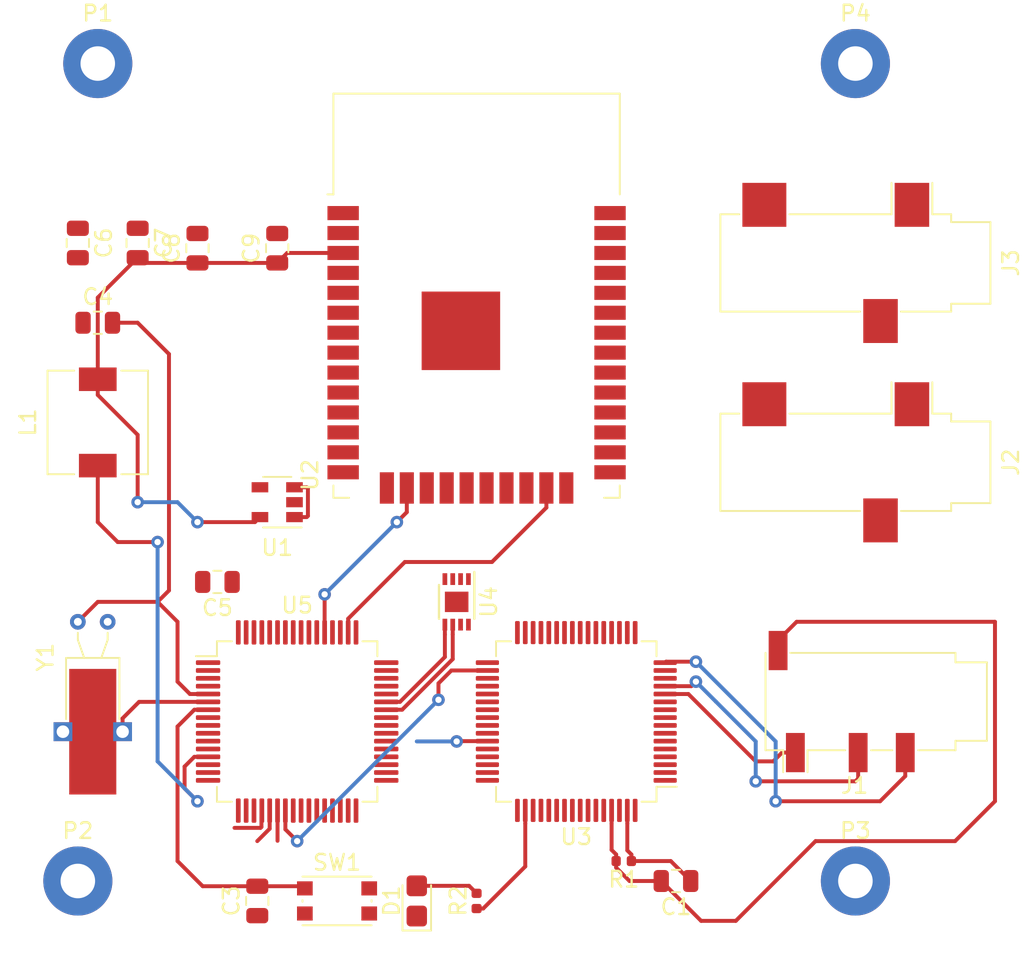
<source format=kicad_pcb>
(kicad_pcb (version 20171130) (host pcbnew 5.1.2-f72e74a~84~ubuntu18.04.1)

  (general
    (thickness 1.6)
    (drawings 0)
    (tracks 157)
    (zones 0)
    (modules 26)
    (nets 136)
  )

  (page A4)
  (layers
    (0 F.Cu signal)
    (31 B.Cu signal)
    (32 B.Adhes user)
    (33 F.Adhes user)
    (34 B.Paste user)
    (35 F.Paste user)
    (36 B.SilkS user)
    (37 F.SilkS user)
    (38 B.Mask user)
    (39 F.Mask user)
    (40 Dwgs.User user)
    (41 Cmts.User user)
    (42 Eco1.User user)
    (43 Eco2.User user)
    (44 Edge.Cuts user)
    (45 Margin user)
    (46 B.CrtYd user)
    (47 F.CrtYd user)
    (48 B.Fab user)
    (49 F.Fab user)
  )

  (setup
    (last_trace_width 0.25)
    (trace_clearance 0.2)
    (zone_clearance 0.508)
    (zone_45_only no)
    (trace_min 0.2)
    (via_size 0.8)
    (via_drill 0.4)
    (via_min_size 0.4)
    (via_min_drill 0.3)
    (uvia_size 0.3)
    (uvia_drill 0.1)
    (uvias_allowed no)
    (uvia_min_size 0.2)
    (uvia_min_drill 0.1)
    (edge_width 0.1)
    (segment_width 0.2)
    (pcb_text_width 0.3)
    (pcb_text_size 1.5 1.5)
    (mod_edge_width 0.15)
    (mod_text_size 1 1)
    (mod_text_width 0.15)
    (pad_size 1.524 1.524)
    (pad_drill 0.762)
    (pad_to_mask_clearance 0)
    (aux_axis_origin 0 0)
    (visible_elements FFFFFF7F)
    (pcbplotparams
      (layerselection 0x010fc_ffffffff)
      (usegerberextensions false)
      (usegerberattributes false)
      (usegerberadvancedattributes false)
      (creategerberjobfile false)
      (excludeedgelayer true)
      (linewidth 0.100000)
      (plotframeref false)
      (viasonmask false)
      (mode 1)
      (useauxorigin false)
      (hpglpennumber 1)
      (hpglpenspeed 20)
      (hpglpendiameter 15.000000)
      (psnegative false)
      (psa4output false)
      (plotreference true)
      (plotvalue true)
      (plotinvisibletext false)
      (padsonsilk false)
      (subtractmaskfromsilk false)
      (outputformat 1)
      (mirror false)
      (drillshape 1)
      (scaleselection 1)
      (outputdirectory ""))
  )

  (net 0 "")
  (net 1 GND)
  (net 2 "Net-(U2-Pad37)")
  (net 3 "Net-(U2-Pad36)")
  (net 4 "Net-(U2-Pad35)")
  (net 5 "Net-(U2-Pad34)")
  (net 6 "Net-(U2-Pad33)")
  (net 7 "Net-(U2-Pad32)")
  (net 8 "Net-(U2-Pad31)")
  (net 9 "Net-(U2-Pad30)")
  (net 10 "Net-(U2-Pad29)")
  (net 11 "Net-(U2-Pad28)")
  (net 12 "Net-(U2-Pad27)")
  (net 13 "Net-(U2-Pad26)")
  (net 14 "Net-(U2-Pad25)")
  (net 15 "Net-(U2-Pad24)")
  (net 16 /SPI3_NSS)
  (net 17 "Net-(U2-Pad22)")
  (net 18 "Net-(U2-Pad21)")
  (net 19 "Net-(U2-Pad20)")
  (net 20 "Net-(U2-Pad19)")
  (net 21 "Net-(U2-Pad18)")
  (net 22 "Net-(U2-Pad17)")
  (net 23 /SPI3_MOSI)
  (net 24 /SPI3_MISO)
  (net 25 /SPI3_SCK)
  (net 26 "Net-(U2-Pad12)")
  (net 27 "Net-(U2-Pad11)")
  (net 28 "Net-(U2-Pad10)")
  (net 29 "Net-(U2-Pad9)")
  (net 30 "Net-(U2-Pad8)")
  (net 31 "Net-(U2-Pad7)")
  (net 32 "Net-(U2-Pad6)")
  (net 33 "Net-(U2-Pad5)")
  (net 34 "Net-(U2-Pad4)")
  (net 35 +3V3)
  (net 36 "Net-(U3-Pad64)")
  (net 37 /RLDINV)
  (net 38 "Net-(U3-Pad62)")
  (net 39 /RL)
  (net 40 "Net-(U3-Pad60)")
  (net 41 VDDA)
  (net 42 "Net-(U3-Pad55)")
  (net 43 "Net-(U3-Pad52)")
  (net 44 "Net-(U3-Pad47)")
  (net 45 "Net-(U3-Pad46)")
  (net 46 "Net-(U3-Pad45)")
  (net 47 "Net-(U3-Pad44)")
  (net 48 /SPI1_MISO)
  (net 49 "Net-(U3-Pad42)")
  (net 50 "Net-(U3-Pad41)")
  (net 51 /SPI1_SCK)
  (net 52 /SPI1_NSS)
  (net 53 "Net-(U3-Pad38)")
  (net 54 "Net-(U3-Pad37)")
  (net 55 "Net-(U3-Pad36)")
  (net 56 "Net-(U3-Pad35)")
  (net 57 /SPI1_MOSI)
  (net 58 "Net-(U3-Pad31)")
  (net 59 "Net-(U3-Pad30)")
  (net 60 "Net-(U3-Pad29)")
  (net 61 "Net-(U3-Pad28)")
  (net 62 "Net-(U3-Pad27)")
  (net 63 "Net-(U3-Pad26)")
  (net 64 "Net-(U3-Pad25)")
  (net 65 "Net-(U3-Pad24)")
  (net 66 "Net-(U3-Pad18)")
  (net 67 "Net-(U3-Pad17)")
  (net 68 /LA)
  (net 69 /RA)
  (net 70 /LL)
  (net 71 "Net-(U3-Pad10)")
  (net 72 "Net-(U3-Pad9)")
  (net 73 "Net-(U3-Pad8)")
  (net 74 "Net-(U3-Pad7)")
  (net 75 "Net-(U3-Pad6)")
  (net 76 "Net-(U3-Pad5)")
  (net 77 "Net-(U3-Pad4)")
  (net 78 "Net-(U3-Pad3)")
  (net 79 "Net-(U3-Pad2)")
  (net 80 "Net-(U3-Pad1)")
  (net 81 "Net-(U4-Pad9)")
  (net 82 /I2C_SCL)
  (net 83 /I2C_SDA)
  (net 84 "Net-(U5-Pad62)")
  (net 85 "Net-(U5-Pad61)")
  (net 86 "Net-(U5-Pad60)")
  (net 87 "Net-(U5-Pad59)")
  (net 88 "Net-(U5-Pad58)")
  (net 89 "Net-(U5-Pad57)")
  (net 90 "Net-(U5-Pad56)")
  (net 91 "Net-(U5-Pad55)")
  (net 92 "Net-(U5-Pad54)")
  (net 93 "Net-(U5-Pad49)")
  (net 94 "Net-(U5-Pad46)")
  (net 95 "Net-(U5-Pad45)")
  (net 96 "Net-(U5-Pad44)")
  (net 97 "Net-(U5-Pad41)")
  (net 98 "Net-(U5-Pad40)")
  (net 99 "Net-(U5-Pad39)")
  (net 100 "Net-(U5-Pad38)")
  (net 101 "Net-(U5-Pad37)")
  (net 102 "Net-(U5-Pad36)")
  (net 103 "Net-(U5-Pad35)")
  (net 104 "Net-(U5-Pad34)")
  (net 105 "Net-(U5-Pad33)")
  (net 106 "Net-(U5-Pad30)")
  (net 107 "Net-(U5-Pad29)")
  (net 108 "Net-(U5-Pad28)")
  (net 109 "Net-(U5-Pad27)")
  (net 110 "Net-(U5-Pad26)")
  (net 111 "Net-(U5-Pad25)")
  (net 112 "Net-(U5-Pad24)")
  (net 113 "Net-(U5-Pad17)")
  (net 114 "Net-(U5-Pad16)")
  (net 115 "Net-(U5-Pad15)")
  (net 116 "Net-(U5-Pad14)")
  (net 117 "Net-(U5-Pad11)")
  (net 118 "Net-(U5-Pad10)")
  (net 119 "Net-(U5-Pad9)")
  (net 120 "Net-(U5-Pad8)")
  (net 121 /RESET)
  (net 122 /OSC_OUT)
  (net 123 /OSC_IN)
  (net 124 "Net-(U5-Pad4)")
  (net 125 "Net-(U5-Pad3)")
  (net 126 "Net-(U5-Pad2)")
  (net 127 "Net-(U1-Pad4)")
  (net 128 VCC)
  (net 129 "Net-(D1-Pad2)")
  (net 130 /C3)
  (net 131 /C1)
  (net 132 /C2)
  (net 133 /C6)
  (net 134 /C4)
  (net 135 /C5)

  (net_class Default "This is the default net class."
    (clearance 0.2)
    (trace_width 0.25)
    (via_dia 0.8)
    (via_drill 0.4)
    (uvia_dia 0.3)
    (uvia_drill 0.1)
    (add_net +3V3)
    (add_net /C1)
    (add_net /C2)
    (add_net /C3)
    (add_net /C4)
    (add_net /C5)
    (add_net /C6)
    (add_net /I2C_SCL)
    (add_net /I2C_SDA)
    (add_net /LA)
    (add_net /LL)
    (add_net /OSC_IN)
    (add_net /OSC_OUT)
    (add_net /RA)
    (add_net /RESET)
    (add_net /RL)
    (add_net /RLDINV)
    (add_net /SPI1_MISO)
    (add_net /SPI1_MOSI)
    (add_net /SPI1_NSS)
    (add_net /SPI1_SCK)
    (add_net /SPI3_MISO)
    (add_net /SPI3_MOSI)
    (add_net /SPI3_NSS)
    (add_net /SPI3_SCK)
    (add_net GND)
    (add_net "Net-(D1-Pad2)")
    (add_net "Net-(U1-Pad4)")
    (add_net "Net-(U2-Pad10)")
    (add_net "Net-(U2-Pad11)")
    (add_net "Net-(U2-Pad12)")
    (add_net "Net-(U2-Pad17)")
    (add_net "Net-(U2-Pad18)")
    (add_net "Net-(U2-Pad19)")
    (add_net "Net-(U2-Pad20)")
    (add_net "Net-(U2-Pad21)")
    (add_net "Net-(U2-Pad22)")
    (add_net "Net-(U2-Pad24)")
    (add_net "Net-(U2-Pad25)")
    (add_net "Net-(U2-Pad26)")
    (add_net "Net-(U2-Pad27)")
    (add_net "Net-(U2-Pad28)")
    (add_net "Net-(U2-Pad29)")
    (add_net "Net-(U2-Pad30)")
    (add_net "Net-(U2-Pad31)")
    (add_net "Net-(U2-Pad32)")
    (add_net "Net-(U2-Pad33)")
    (add_net "Net-(U2-Pad34)")
    (add_net "Net-(U2-Pad35)")
    (add_net "Net-(U2-Pad36)")
    (add_net "Net-(U2-Pad37)")
    (add_net "Net-(U2-Pad4)")
    (add_net "Net-(U2-Pad5)")
    (add_net "Net-(U2-Pad6)")
    (add_net "Net-(U2-Pad7)")
    (add_net "Net-(U2-Pad8)")
    (add_net "Net-(U2-Pad9)")
    (add_net "Net-(U3-Pad1)")
    (add_net "Net-(U3-Pad10)")
    (add_net "Net-(U3-Pad17)")
    (add_net "Net-(U3-Pad18)")
    (add_net "Net-(U3-Pad2)")
    (add_net "Net-(U3-Pad24)")
    (add_net "Net-(U3-Pad25)")
    (add_net "Net-(U3-Pad26)")
    (add_net "Net-(U3-Pad27)")
    (add_net "Net-(U3-Pad28)")
    (add_net "Net-(U3-Pad29)")
    (add_net "Net-(U3-Pad3)")
    (add_net "Net-(U3-Pad30)")
    (add_net "Net-(U3-Pad31)")
    (add_net "Net-(U3-Pad35)")
    (add_net "Net-(U3-Pad36)")
    (add_net "Net-(U3-Pad37)")
    (add_net "Net-(U3-Pad38)")
    (add_net "Net-(U3-Pad4)")
    (add_net "Net-(U3-Pad41)")
    (add_net "Net-(U3-Pad42)")
    (add_net "Net-(U3-Pad44)")
    (add_net "Net-(U3-Pad45)")
    (add_net "Net-(U3-Pad46)")
    (add_net "Net-(U3-Pad47)")
    (add_net "Net-(U3-Pad5)")
    (add_net "Net-(U3-Pad52)")
    (add_net "Net-(U3-Pad55)")
    (add_net "Net-(U3-Pad6)")
    (add_net "Net-(U3-Pad60)")
    (add_net "Net-(U3-Pad62)")
    (add_net "Net-(U3-Pad64)")
    (add_net "Net-(U3-Pad7)")
    (add_net "Net-(U3-Pad8)")
    (add_net "Net-(U3-Pad9)")
    (add_net "Net-(U4-Pad9)")
    (add_net "Net-(U5-Pad10)")
    (add_net "Net-(U5-Pad11)")
    (add_net "Net-(U5-Pad14)")
    (add_net "Net-(U5-Pad15)")
    (add_net "Net-(U5-Pad16)")
    (add_net "Net-(U5-Pad17)")
    (add_net "Net-(U5-Pad2)")
    (add_net "Net-(U5-Pad24)")
    (add_net "Net-(U5-Pad25)")
    (add_net "Net-(U5-Pad26)")
    (add_net "Net-(U5-Pad27)")
    (add_net "Net-(U5-Pad28)")
    (add_net "Net-(U5-Pad29)")
    (add_net "Net-(U5-Pad3)")
    (add_net "Net-(U5-Pad30)")
    (add_net "Net-(U5-Pad33)")
    (add_net "Net-(U5-Pad34)")
    (add_net "Net-(U5-Pad35)")
    (add_net "Net-(U5-Pad36)")
    (add_net "Net-(U5-Pad37)")
    (add_net "Net-(U5-Pad38)")
    (add_net "Net-(U5-Pad39)")
    (add_net "Net-(U5-Pad4)")
    (add_net "Net-(U5-Pad40)")
    (add_net "Net-(U5-Pad41)")
    (add_net "Net-(U5-Pad44)")
    (add_net "Net-(U5-Pad45)")
    (add_net "Net-(U5-Pad46)")
    (add_net "Net-(U5-Pad49)")
    (add_net "Net-(U5-Pad54)")
    (add_net "Net-(U5-Pad55)")
    (add_net "Net-(U5-Pad56)")
    (add_net "Net-(U5-Pad57)")
    (add_net "Net-(U5-Pad58)")
    (add_net "Net-(U5-Pad59)")
    (add_net "Net-(U5-Pad60)")
    (add_net "Net-(U5-Pad61)")
    (add_net "Net-(U5-Pad62)")
    (add_net "Net-(U5-Pad8)")
    (add_net "Net-(U5-Pad9)")
    (add_net VCC)
    (add_net VDDA)
  )

  (module Button_Switch_SMD:SW_Push_1P1T_NO_CK_KMR2 (layer F.Cu) (tedit 5A02FC95) (tstamp 5D35EF4D)
    (at 132.08 115.57)
    (descr "CK components KMR2 tactile switch http://www.ckswitches.com/media/1479/kmr2.pdf")
    (tags "tactile switch kmr2")
    (path /5D378617)
    (attr smd)
    (fp_text reference SW1 (at 0 -2.45) (layer F.SilkS)
      (effects (font (size 1 1) (thickness 0.15)))
    )
    (fp_text value SW_PUSH (at 0 2.55) (layer F.Fab)
      (effects (font (size 1 1) (thickness 0.15)))
    )
    (fp_line (start -2.2 0.05) (end -2.2 -0.05) (layer F.SilkS) (width 0.12))
    (fp_line (start 2.2 -1.55) (end -2.2 -1.55) (layer F.SilkS) (width 0.12))
    (fp_line (start -2.2 1.55) (end 2.2 1.55) (layer F.SilkS) (width 0.12))
    (fp_circle (center 0 0) (end 0 0.8) (layer F.Fab) (width 0.1))
    (fp_line (start -2.8 1.8) (end -2.8 -1.8) (layer F.CrtYd) (width 0.05))
    (fp_line (start 2.8 1.8) (end -2.8 1.8) (layer F.CrtYd) (width 0.05))
    (fp_line (start 2.8 -1.8) (end 2.8 1.8) (layer F.CrtYd) (width 0.05))
    (fp_line (start -2.8 -1.8) (end 2.8 -1.8) (layer F.CrtYd) (width 0.05))
    (fp_line (start 2.2 0.05) (end 2.2 -0.05) (layer F.SilkS) (width 0.12))
    (fp_line (start -2.1 1.4) (end -2.1 -1.4) (layer F.Fab) (width 0.1))
    (fp_line (start 2.1 1.4) (end -2.1 1.4) (layer F.Fab) (width 0.1))
    (fp_line (start 2.1 -1.4) (end 2.1 1.4) (layer F.Fab) (width 0.1))
    (fp_line (start -2.1 -1.4) (end 2.1 -1.4) (layer F.Fab) (width 0.1))
    (fp_text user %R (at 0 -2.45) (layer F.Fab)
      (effects (font (size 1 1) (thickness 0.15)))
    )
    (pad 2 smd rect (at 2.05 0.8 90) (size 0.9 1) (layers F.Cu F.Paste F.Mask)
      (net 1 GND))
    (pad 1 smd rect (at 2.05 -0.8 90) (size 0.9 1) (layers F.Cu F.Paste F.Mask)
      (net 121 /RESET))
    (pad 2 smd rect (at -2.05 0.8 90) (size 0.9 1) (layers F.Cu F.Paste F.Mask)
      (net 1 GND))
    (pad 1 smd rect (at -2.05 -0.8 90) (size 0.9 1) (layers F.Cu F.Paste F.Mask)
      (net 121 /RESET))
    (model ${KISYS3DMOD}/Button_Switch_SMD.3dshapes/SW_Push_1P1T_NO_CK_KMR2.wrl
      (at (xyz 0 0 0))
      (scale (xyz 1 1 1))
      (rotate (xyz 0 0 0))
    )
  )

  (module Inductor_SMD:L_6.3x6.3_H3 (layer F.Cu) (tedit 5990349C) (tstamp 5D36630C)
    (at 116.84 85.09 90)
    (descr "Choke, SMD, 6.3x6.3mm 3mm height")
    (tags "Choke SMD")
    (path /5D5D0570)
    (attr smd)
    (fp_text reference L1 (at 0 -4.45 90) (layer F.SilkS)
      (effects (font (size 1 1) (thickness 0.15)))
    )
    (fp_text value 22uH (at 0 4.45 90) (layer F.Fab)
      (effects (font (size 1 1) (thickness 0.15)))
    )
    (fp_arc (start 0 0) (end 1.91 1.91) (angle 90) (layer F.Fab) (width 0.1))
    (fp_arc (start 0 0) (end -1.91 -1.91) (angle 90) (layer F.Fab) (width 0.1))
    (fp_line (start -3.15 3.15) (end 3.15 3.15) (layer F.Fab) (width 0.1))
    (fp_line (start -3.15 -3.15) (end 3.15 -3.15) (layer F.Fab) (width 0.1))
    (fp_line (start -3.15 -3.15) (end -3.15 -1.5) (layer F.Fab) (width 0.1))
    (fp_line (start -3.15 3.15) (end -3.15 1.5) (layer F.Fab) (width 0.1))
    (fp_line (start 3.15 -3.15) (end 3.15 -1.5) (layer F.Fab) (width 0.1))
    (fp_line (start 3.15 3.15) (end 3.15 1.5) (layer F.Fab) (width 0.1))
    (fp_line (start 3.75 -3.4) (end -3.75 -3.4) (layer F.CrtYd) (width 0.05))
    (fp_line (start 3.75 3.4) (end 3.75 -3.4) (layer F.CrtYd) (width 0.05))
    (fp_line (start -3.75 3.4) (end 3.75 3.4) (layer F.CrtYd) (width 0.05))
    (fp_line (start -3.75 -3.4) (end -3.75 3.4) (layer F.CrtYd) (width 0.05))
    (fp_line (start 3.3 -3.2) (end 3.3 -1.5) (layer F.SilkS) (width 0.12))
    (fp_line (start -3.3 -3.2) (end 3.3 -3.2) (layer F.SilkS) (width 0.12))
    (fp_line (start -3.3 -1.5) (end -3.3 -3.2) (layer F.SilkS) (width 0.12))
    (fp_line (start -3.3 3.2) (end -3.3 1.5) (layer F.SilkS) (width 0.12))
    (fp_line (start 3.3 3.2) (end -3.3 3.2) (layer F.SilkS) (width 0.12))
    (fp_line (start 3.3 1.5) (end 3.3 3.2) (layer F.SilkS) (width 0.12))
    (fp_text user %R (at 0 0 90) (layer F.Fab)
      (effects (font (size 1 1) (thickness 0.15)))
    )
    (pad 2 smd rect (at 2.75 0 90) (size 1.5 2.4) (layers F.Cu F.Paste F.Mask)
      (net 35 +3V3))
    (pad 1 smd rect (at -2.75 0 90) (size 1.5 2.4) (layers F.Cu F.Paste F.Mask)
      (net 41 VDDA))
    (model ${KISYS3DMOD}/Inductor_SMD.3dshapes/L_6.3x6.3_H3.wrl
      (at (xyz 0 0 0))
      (scale (xyz 1 1 1))
      (rotate (xyz 0 0 0))
    )
  )

  (module Connector_Audio:Jack_3.5mm_CUI_SJ-3523-SMT_Horizontal (layer F.Cu) (tedit 5C635420) (tstamp 5D36552F)
    (at 165.1 74.93 270)
    (descr "3.5 mm, Stereo, Right Angle, Surface Mount (SMT), Audio Jack Connector (https://www.cui.com/product/resource/sj-352x-smt-series.pdf)")
    (tags "3.5mm audio cui horizontal jack stereo")
    (path /5D455FF1)
    (attr smd)
    (fp_text reference J3 (at 0 -9.9 90) (layer F.SilkS)
      (effects (font (size 1 1) (thickness 0.15)))
    )
    (fp_text value AudioJack3_Ground (at 0 10.35 90) (layer F.Fab)
      (effects (font (size 1 1) (thickness 0.15)))
    )
    (fp_line (start -3.1 -2.3) (end -5.1 -2.3) (layer F.SilkS) (width 0.12))
    (fp_line (start -3.1 -4.9) (end -5.1 -4.9) (layer F.SilkS) (width 0.12))
    (fp_line (start -3.1 4.2) (end -3.1 -2.3) (layer F.SilkS) (width 0.12))
    (fp_line (start -3.1 8.6) (end -3.1 7.4) (layer F.SilkS) (width 0.12))
    (fp_line (start 3.1 8.6) (end -3.1 8.6) (layer F.SilkS) (width 0.12))
    (fp_line (start 3.1 -0.3) (end 3.1 8.6) (layer F.SilkS) (width 0.12))
    (fp_line (start 3.1 -6.1) (end 3.1 -2.9) (layer F.SilkS) (width 0.12))
    (fp_line (start 2.6 -6.1) (end 3.1 -6.1) (layer F.SilkS) (width 0.12))
    (fp_line (start 2.6 -8.6) (end 2.6 -6.1) (layer F.SilkS) (width 0.12))
    (fp_line (start -2.6 -8.6) (end 2.6 -8.6) (layer F.SilkS) (width 0.12))
    (fp_line (start -2.6 -6.1) (end -2.6 -8.6) (layer F.SilkS) (width 0.12))
    (fp_line (start -3.1 -6.1) (end -2.6 -6.1) (layer F.SilkS) (width 0.12))
    (fp_line (start -3.1 -4.9) (end -3.1 -6.1) (layer F.SilkS) (width 0.12))
    (fp_text user %R (at 0 0 90) (layer F.Fab)
      (effects (font (size 1 1) (thickness 0.15)))
    )
    (fp_line (start -5.6 -9) (end 5.6 -9) (layer F.CrtYd) (width 0.05))
    (fp_line (start -5.6 9) (end -5.6 -9) (layer F.CrtYd) (width 0.05))
    (fp_line (start 5.6 9) (end -5.6 9) (layer F.CrtYd) (width 0.05))
    (fp_line (start 5.6 -9) (end 5.6 9) (layer F.CrtYd) (width 0.05))
    (fp_line (start 2.5 -6) (end 3 -6) (layer F.Fab) (width 0.1))
    (fp_line (start 2.5 -8.5) (end 2.5 -6) (layer F.Fab) (width 0.1))
    (fp_line (start -2.5 -8.5) (end 2.5 -8.5) (layer F.Fab) (width 0.1))
    (fp_line (start -2.5 -6) (end -2.5 -8.5) (layer F.Fab) (width 0.1))
    (fp_line (start -3 -6) (end -2.5 -6) (layer F.Fab) (width 0.1))
    (fp_line (start -3 8.5) (end -3 -6) (layer F.Fab) (width 0.1))
    (fp_line (start 3 8.5) (end -3 8.5) (layer F.Fab) (width 0.1))
    (fp_line (start 3 -6) (end 3 8.5) (layer F.Fab) (width 0.1))
    (pad "" np_thru_hole circle (at 0 4.5 270) (size 1.7 1.7) (drill 1.7) (layers *.Cu *.Mask))
    (pad "" np_thru_hole circle (at 0 -2.5 270) (size 1.7 1.7) (drill 1.7) (layers *.Cu *.Mask))
    (pad T smd rect (at -3.7 5.8 270) (size 2.8 2.8) (layers F.Cu F.Paste F.Mask)
      (net 133 /C6))
    (pad S smd rect (at -3.7 -3.6 270) (size 2.8 2.2) (layers F.Cu F.Paste F.Mask)
      (net 134 /C4))
    (pad R smd rect (at 3.7 -1.6 270) (size 2.8 2.2) (layers F.Cu F.Paste F.Mask)
      (net 135 /C5))
    (model ${KISYS3DMOD}/Connector_Audio.3dshapes/Jack_3.5mm_CUI_SJ-3523-SMT_Horizontal.wrl
      (at (xyz 0 0 0))
      (scale (xyz 1 1 1))
      (rotate (xyz 0 0 0))
    )
  )

  (module Crystal:Crystal_C38-LF_D3.0mm_L8.0mm_Horizontal_1EP_style2 (layer F.Cu) (tedit 5A0FD1B2) (tstamp 5D363D34)
    (at 115.57 97.79)
    (descr "Crystal THT C38-LF 8.0mm length 3.0mm diameter")
    (tags ['C38-LF'])
    (path /5D396D21)
    (fp_text reference Y1 (at -2.07 2.25 90) (layer F.SilkS)
      (effects (font (size 1 1) (thickness 0.15)))
    )
    (fp_text value 32MHz (at 3.97 2.25 90) (layer F.Fab)
      (effects (font (size 1 1) (thickness 0.15)))
    )
    (fp_line (start 3.7 -0.8) (end -1.8 -0.8) (layer F.CrtYd) (width 0.05))
    (fp_line (start 3.7 11.3) (end 3.7 -0.8) (layer F.CrtYd) (width 0.05))
    (fp_line (start -1.8 11.3) (end 3.7 11.3) (layer F.CrtYd) (width 0.05))
    (fp_line (start -1.8 -0.8) (end -1.8 11.3) (layer F.CrtYd) (width 0.05))
    (fp_line (start 1.9 1.15) (end 1.9 0.7) (layer F.SilkS) (width 0.12))
    (fp_line (start 1.495 2.3) (end 1.9 1.15) (layer F.SilkS) (width 0.12))
    (fp_line (start 0 1.15) (end 0 0.7) (layer F.SilkS) (width 0.12))
    (fp_line (start 0.405 2.3) (end 0 1.15) (layer F.SilkS) (width 0.12))
    (fp_line (start 2.65 2.3) (end 2.65 6.2) (layer F.SilkS) (width 0.12))
    (fp_line (start -0.75 2.3) (end 2.65 2.3) (layer F.SilkS) (width 0.12))
    (fp_line (start -0.75 6.2) (end -0.75 2.3) (layer F.SilkS) (width 0.12))
    (fp_line (start -0.95 7) (end 2.85 7) (layer F.Fab) (width 0.1))
    (fp_line (start 1.9 1.25) (end 1.9 0) (layer F.Fab) (width 0.1))
    (fp_line (start 1.495 2.5) (end 1.9 1.25) (layer F.Fab) (width 0.1))
    (fp_line (start 0 1.25) (end 0 0) (layer F.Fab) (width 0.1))
    (fp_line (start 0.405 2.5) (end 0 1.25) (layer F.Fab) (width 0.1))
    (fp_line (start 2.45 2.5) (end -0.55 2.5) (layer F.Fab) (width 0.1))
    (fp_line (start 2.45 10.5) (end 2.45 2.5) (layer F.Fab) (width 0.1))
    (fp_line (start -0.55 10.5) (end 2.45 10.5) (layer F.Fab) (width 0.1))
    (fp_line (start -0.55 2.5) (end -0.55 10.5) (layer F.Fab) (width 0.1))
    (fp_text user %R (at 1 4.75 90) (layer F.Fab)
      (effects (font (size 1 1) (thickness 0.15)))
    )
    (pad 3 thru_hole rect (at 2.85 7) (size 1.2 1.2) (drill 0.8) (layers *.Cu *.Mask)
      (net 122 /OSC_OUT))
    (pad 3 thru_hole rect (at -0.95 7) (size 1.2 1.2) (drill 0.8) (layers *.Cu *.Mask)
      (net 122 /OSC_OUT))
    (pad 3 smd rect (at 0.95 7) (size 3 8) (layers F.Cu F.Paste F.Mask)
      (net 122 /OSC_OUT))
    (pad 2 thru_hole circle (at 1.9 0) (size 1 1) (drill 0.5) (layers *.Cu *.Mask)
      (net 1 GND))
    (pad 1 thru_hole circle (at 0 0) (size 1 1) (drill 0.5) (layers *.Cu *.Mask)
      (net 123 /OSC_IN))
    (model ${KISYS3DMOD}/Crystal.3dshapes/Crystal_C38-LF_D3.0mm_L8.0mm_Horizontal_1EP_style2.wrl
      (at (xyz 0 0 0))
      (scale (xyz 1 1 1))
      (rotate (xyz 0 0 0))
    )
  )

  (module Connector_Audio:Jack_3.5mm_PJ320D_Horizontal (layer F.Cu) (tedit 5C06A514) (tstamp 5D3625BC)
    (at 165.1 102.87 180)
    (descr "Headphones with microphone connector, 3.5mm, 4 pins (http://www.qingpu-electronics.com/en/products/WQP-PJ320D-72.html)")
    (tags "3.5mm jack mic microphone phones headphones 4pins audio plug")
    (path /5D4233CD)
    (attr smd)
    (fp_text reference J1 (at 0.05 -5.35) (layer F.SilkS)
      (effects (font (size 1 1) (thickness 0.15)))
    )
    (fp_text value AudioJack4_Ground (at -1.27 6.35) (layer F.Fab)
      (effects (font (size 1 1) (thickness 0.15)))
    )
    (fp_circle (center 3.9 -2.35) (end 3.95 -2.1) (layer F.Fab) (width 0.12))
    (fp_line (start -6.375 2.5) (end -8.375 2.5) (layer F.SilkS) (width 0.12))
    (fp_line (start -6.375 -2.5) (end -8.375 -2.5) (layer F.SilkS) (width 0.12))
    (fp_line (start -8.375 -2.5) (end -8.375 2.5) (layer F.SilkS) (width 0.12))
    (fp_line (start -6.375 2.5) (end -6.375 3.1) (layer F.SilkS) (width 0.12))
    (fp_line (start -6.375 -3.1) (end -6.375 -2.5) (layer F.SilkS) (width 0.12))
    (fp_line (start -8.73 -5) (end 6.07 -5) (layer F.CrtYd) (width 0.05))
    (fp_line (start -8.73 5) (end 6.07 5) (layer F.CrtYd) (width 0.05))
    (fp_line (start 5.725 3.1) (end 5.725 -3.1) (layer F.SilkS) (width 0.12))
    (fp_line (start -8.73 5) (end -8.73 -5) (layer F.CrtYd) (width 0.05))
    (fp_line (start 6.07 5) (end 6.07 -5) (layer F.CrtYd) (width 0.05))
    (fp_line (start -6.375 -3.1) (end -4 -3.1) (layer F.SilkS) (width 0.12))
    (fp_line (start -2.35 -3.1) (end -1 -3.1) (layer F.SilkS) (width 0.12))
    (fp_line (start 0.65 -3.1) (end 3.05 -3.1) (layer F.SilkS) (width 0.12))
    (fp_line (start 4.6 -3.1) (end 5.725 -3.1) (layer F.SilkS) (width 0.12))
    (fp_line (start 4.15 3.1) (end -6.375 3.1) (layer F.SilkS) (width 0.12))
    (fp_line (start 5.575 -2.9) (end 5.575 2.9) (layer F.Fab) (width 0.1))
    (fp_line (start -6.225 -2.9) (end 5.575 -2.9) (layer F.Fab) (width 0.1))
    (fp_line (start -6.225 -2.3) (end -6.225 -2.9) (layer F.Fab) (width 0.1))
    (fp_line (start -8.225 -2.3) (end -6.225 -2.3) (layer F.Fab) (width 0.1))
    (fp_line (start -8.225 2.3) (end -8.225 -2.3) (layer F.Fab) (width 0.1))
    (fp_line (start -6.225 2.3) (end -8.225 2.3) (layer F.Fab) (width 0.1))
    (fp_line (start -6.225 2.9) (end -6.225 2.3) (layer F.Fab) (width 0.1))
    (fp_line (start 5.575 2.9) (end -6.225 2.9) (layer F.Fab) (width 0.1))
    (fp_line (start 4.6 -3.1) (end 4.6 -4.5) (layer F.SilkS) (width 0.12))
    (fp_line (start 3.05 -3.1) (end 3.05 -4.5) (layer F.SilkS) (width 0.12))
    (fp_text user %R (at -1.195 0) (layer F.Fab)
      (effects (font (size 1 1) (thickness 0.15)))
    )
    (pad "" np_thru_hole circle (at 2.225 0 180) (size 1.5 1.5) (drill 1.5) (layers *.Cu *.Mask))
    (pad "" np_thru_hole circle (at -4.775 0 180) (size 1.5 1.5) (drill 1.5) (layers *.Cu *.Mask))
    (pad R2 smd rect (at -3.175 -3.25 180) (size 1.2 2.5) (layers F.Cu F.Paste F.Mask)
      (net 68 /LA))
    (pad R1 smd rect (at -0.175 -3.25 180) (size 1.2 2.5) (layers F.Cu F.Paste F.Mask)
      (net 69 /RA))
    (pad T smd rect (at 3.825 -3.25 180) (size 1.2 2.5) (layers F.Cu F.Paste F.Mask)
      (net 70 /LL))
    (pad S smd rect (at 4.925 3.25 180) (size 1.2 2.5) (layers F.Cu F.Paste F.Mask)
      (net 39 /RL))
    (model ${KISYS3DMOD}/Connector_Audio.3dshapes/Jack_3.5mm_PJ320D_Horizontal.wrl
      (at (xyz 0 0 0))
      (scale (xyz 1 1 1))
      (rotate (xyz 0 0 0))
    )
  )

  (module Connector_Audio:Jack_3.5mm_CUI_SJ-3523-SMT_Horizontal (layer F.Cu) (tedit 5C635420) (tstamp 5D361005)
    (at 165.1 87.63 270)
    (descr "3.5 mm, Stereo, Right Angle, Surface Mount (SMT), Audio Jack Connector (https://www.cui.com/product/resource/sj-352x-smt-series.pdf)")
    (tags "3.5mm audio cui horizontal jack stereo")
    (path /5D455865)
    (attr smd)
    (fp_text reference J2 (at 0 -9.9 90) (layer F.SilkS)
      (effects (font (size 1 1) (thickness 0.15)))
    )
    (fp_text value AudioJack3_Ground (at 0 10.35 90) (layer F.Fab)
      (effects (font (size 1 1) (thickness 0.15)))
    )
    (fp_line (start -3.1 -2.3) (end -5.1 -2.3) (layer F.SilkS) (width 0.12))
    (fp_line (start -3.1 -4.9) (end -5.1 -4.9) (layer F.SilkS) (width 0.12))
    (fp_line (start -3.1 4.2) (end -3.1 -2.3) (layer F.SilkS) (width 0.12))
    (fp_line (start -3.1 8.6) (end -3.1 7.4) (layer F.SilkS) (width 0.12))
    (fp_line (start 3.1 8.6) (end -3.1 8.6) (layer F.SilkS) (width 0.12))
    (fp_line (start 3.1 -0.3) (end 3.1 8.6) (layer F.SilkS) (width 0.12))
    (fp_line (start 3.1 -6.1) (end 3.1 -2.9) (layer F.SilkS) (width 0.12))
    (fp_line (start 2.6 -6.1) (end 3.1 -6.1) (layer F.SilkS) (width 0.12))
    (fp_line (start 2.6 -8.6) (end 2.6 -6.1) (layer F.SilkS) (width 0.12))
    (fp_line (start -2.6 -8.6) (end 2.6 -8.6) (layer F.SilkS) (width 0.12))
    (fp_line (start -2.6 -6.1) (end -2.6 -8.6) (layer F.SilkS) (width 0.12))
    (fp_line (start -3.1 -6.1) (end -2.6 -6.1) (layer F.SilkS) (width 0.12))
    (fp_line (start -3.1 -4.9) (end -3.1 -6.1) (layer F.SilkS) (width 0.12))
    (fp_text user %R (at 0 0 90) (layer F.Fab)
      (effects (font (size 1 1) (thickness 0.15)))
    )
    (fp_line (start -5.6 -9) (end 5.6 -9) (layer F.CrtYd) (width 0.05))
    (fp_line (start -5.6 9) (end -5.6 -9) (layer F.CrtYd) (width 0.05))
    (fp_line (start 5.6 9) (end -5.6 9) (layer F.CrtYd) (width 0.05))
    (fp_line (start 5.6 -9) (end 5.6 9) (layer F.CrtYd) (width 0.05))
    (fp_line (start 2.5 -6) (end 3 -6) (layer F.Fab) (width 0.1))
    (fp_line (start 2.5 -8.5) (end 2.5 -6) (layer F.Fab) (width 0.1))
    (fp_line (start -2.5 -8.5) (end 2.5 -8.5) (layer F.Fab) (width 0.1))
    (fp_line (start -2.5 -6) (end -2.5 -8.5) (layer F.Fab) (width 0.1))
    (fp_line (start -3 -6) (end -2.5 -6) (layer F.Fab) (width 0.1))
    (fp_line (start -3 8.5) (end -3 -6) (layer F.Fab) (width 0.1))
    (fp_line (start 3 8.5) (end -3 8.5) (layer F.Fab) (width 0.1))
    (fp_line (start 3 -6) (end 3 8.5) (layer F.Fab) (width 0.1))
    (pad "" np_thru_hole circle (at 0 4.5 270) (size 1.7 1.7) (drill 1.7) (layers *.Cu *.Mask))
    (pad "" np_thru_hole circle (at 0 -2.5 270) (size 1.7 1.7) (drill 1.7) (layers *.Cu *.Mask))
    (pad T smd rect (at -3.7 5.8 270) (size 2.8 2.8) (layers F.Cu F.Paste F.Mask)
      (net 130 /C3))
    (pad S smd rect (at -3.7 -3.6 270) (size 2.8 2.2) (layers F.Cu F.Paste F.Mask)
      (net 131 /C1))
    (pad R smd rect (at 3.7 -1.6 270) (size 2.8 2.2) (layers F.Cu F.Paste F.Mask)
      (net 132 /C2))
    (model ${KISYS3DMOD}/Connector_Audio.3dshapes/Jack_3.5mm_CUI_SJ-3523-SMT_Horizontal.wrl
      (at (xyz 0 0 0))
      (scale (xyz 1 1 1))
      (rotate (xyz 0 0 0))
    )
  )

  (module Resistor_SMD:R_0402_1005Metric (layer F.Cu) (tedit 5B301BBD) (tstamp 5D36105B)
    (at 140.97 115.57 90)
    (descr "Resistor SMD 0402 (1005 Metric), square (rectangular) end terminal, IPC_7351 nominal, (Body size source: http://www.tortai-tech.com/upload/download/2011102023233369053.pdf), generated with kicad-footprint-generator")
    (tags resistor)
    (path /5D38CD24)
    (attr smd)
    (fp_text reference R2 (at 0 -1.17 90) (layer F.SilkS)
      (effects (font (size 1 1) (thickness 0.15)))
    )
    (fp_text value 1K (at 0 1.17 90) (layer F.Fab)
      (effects (font (size 1 1) (thickness 0.15)))
    )
    (fp_text user %R (at 0 0 90) (layer F.Fab)
      (effects (font (size 0.25 0.25) (thickness 0.04)))
    )
    (fp_line (start 0.93 0.47) (end -0.93 0.47) (layer F.CrtYd) (width 0.05))
    (fp_line (start 0.93 -0.47) (end 0.93 0.47) (layer F.CrtYd) (width 0.05))
    (fp_line (start -0.93 -0.47) (end 0.93 -0.47) (layer F.CrtYd) (width 0.05))
    (fp_line (start -0.93 0.47) (end -0.93 -0.47) (layer F.CrtYd) (width 0.05))
    (fp_line (start 0.5 0.25) (end -0.5 0.25) (layer F.Fab) (width 0.1))
    (fp_line (start 0.5 -0.25) (end 0.5 0.25) (layer F.Fab) (width 0.1))
    (fp_line (start -0.5 -0.25) (end 0.5 -0.25) (layer F.Fab) (width 0.1))
    (fp_line (start -0.5 0.25) (end -0.5 -0.25) (layer F.Fab) (width 0.1))
    (pad 2 smd roundrect (at 0.485 0 90) (size 0.59 0.64) (layers F.Cu F.Paste F.Mask) (roundrect_rratio 0.25)
      (net 129 "Net-(D1-Pad2)"))
    (pad 1 smd roundrect (at -0.485 0 90) (size 0.59 0.64) (layers F.Cu F.Paste F.Mask) (roundrect_rratio 0.25)
      (net 35 +3V3))
    (model ${KISYS3DMOD}/Resistor_SMD.3dshapes/R_0402_1005Metric.wrl
      (at (xyz 0 0 0))
      (scale (xyz 1 1 1))
      (rotate (xyz 0 0 0))
    )
  )

  (module Resistor_SMD:R_0402_1005Metric (layer F.Cu) (tedit 5B301BBD) (tstamp 5D36104C)
    (at 150.345 113.03 180)
    (descr "Resistor SMD 0402 (1005 Metric), square (rectangular) end terminal, IPC_7351 nominal, (Body size source: http://www.tortai-tech.com/upload/download/2011102023233369053.pdf), generated with kicad-footprint-generator")
    (tags resistor)
    (path /5D3B5D43)
    (attr smd)
    (fp_text reference R1 (at 0 -1.17) (layer F.SilkS)
      (effects (font (size 1 1) (thickness 0.15)))
    )
    (fp_text value 1M (at 0 1.17) (layer F.Fab)
      (effects (font (size 1 1) (thickness 0.15)))
    )
    (fp_text user %R (at 0 0) (layer F.Fab)
      (effects (font (size 0.25 0.25) (thickness 0.04)))
    )
    (fp_line (start 0.93 0.47) (end -0.93 0.47) (layer F.CrtYd) (width 0.05))
    (fp_line (start 0.93 -0.47) (end 0.93 0.47) (layer F.CrtYd) (width 0.05))
    (fp_line (start -0.93 -0.47) (end 0.93 -0.47) (layer F.CrtYd) (width 0.05))
    (fp_line (start -0.93 0.47) (end -0.93 -0.47) (layer F.CrtYd) (width 0.05))
    (fp_line (start 0.5 0.25) (end -0.5 0.25) (layer F.Fab) (width 0.1))
    (fp_line (start 0.5 -0.25) (end 0.5 0.25) (layer F.Fab) (width 0.1))
    (fp_line (start -0.5 -0.25) (end 0.5 -0.25) (layer F.Fab) (width 0.1))
    (fp_line (start -0.5 0.25) (end -0.5 -0.25) (layer F.Fab) (width 0.1))
    (pad 2 smd roundrect (at 0.485 0 180) (size 0.59 0.64) (layers F.Cu F.Paste F.Mask) (roundrect_rratio 0.25)
      (net 39 /RL))
    (pad 1 smd roundrect (at -0.485 0 180) (size 0.59 0.64) (layers F.Cu F.Paste F.Mask) (roundrect_rratio 0.25)
      (net 37 /RLDINV))
    (model ${KISYS3DMOD}/Resistor_SMD.3dshapes/R_0402_1005Metric.wrl
      (at (xyz 0 0 0))
      (scale (xyz 1 1 1))
      (rotate (xyz 0 0 0))
    )
  )

  (module LED_SMD:LED_0805_2012Metric_Castellated (layer F.Cu) (tedit 5B36C52C) (tstamp 5D360FE0)
    (at 137.16 115.57 90)
    (descr "LED SMD 0805 (2012 Metric), castellated end terminal, IPC_7351 nominal, (Body size source: https://docs.google.com/spreadsheets/d/1BsfQQcO9C6DZCsRaXUlFlo91Tg2WpOkGARC1WS5S8t0/edit?usp=sharing), generated with kicad-footprint-generator")
    (tags "LED castellated")
    (path /5A8491C9)
    (attr smd)
    (fp_text reference D1 (at 0 -1.6 90) (layer F.SilkS)
      (effects (font (size 1 1) (thickness 0.15)))
    )
    (fp_text value LED (at 0 1.6 90) (layer F.Fab)
      (effects (font (size 1 1) (thickness 0.15)))
    )
    (fp_text user %R (at 0 0 90) (layer F.Fab)
      (effects (font (size 0.5 0.5) (thickness 0.08)))
    )
    (fp_line (start 1.88 0.9) (end -1.88 0.9) (layer F.CrtYd) (width 0.05))
    (fp_line (start 1.88 -0.9) (end 1.88 0.9) (layer F.CrtYd) (width 0.05))
    (fp_line (start -1.88 -0.9) (end 1.88 -0.9) (layer F.CrtYd) (width 0.05))
    (fp_line (start -1.88 0.9) (end -1.88 -0.9) (layer F.CrtYd) (width 0.05))
    (fp_line (start -1.885 0.91) (end 1 0.91) (layer F.SilkS) (width 0.12))
    (fp_line (start -1.885 -0.91) (end -1.885 0.91) (layer F.SilkS) (width 0.12))
    (fp_line (start 1 -0.91) (end -1.885 -0.91) (layer F.SilkS) (width 0.12))
    (fp_line (start 1 0.6) (end 1 -0.6) (layer F.Fab) (width 0.1))
    (fp_line (start -1 0.6) (end 1 0.6) (layer F.Fab) (width 0.1))
    (fp_line (start -1 -0.3) (end -1 0.6) (layer F.Fab) (width 0.1))
    (fp_line (start -0.7 -0.6) (end -1 -0.3) (layer F.Fab) (width 0.1))
    (fp_line (start 1 -0.6) (end -0.7 -0.6) (layer F.Fab) (width 0.1))
    (pad 2 smd roundrect (at 0.9625 0 90) (size 1.325 1.3) (layers F.Cu F.Paste F.Mask) (roundrect_rratio 0.192308)
      (net 129 "Net-(D1-Pad2)"))
    (pad 1 smd roundrect (at -0.9625 0 90) (size 1.325 1.3) (layers F.Cu F.Paste F.Mask) (roundrect_rratio 0.192308)
      (net 1 GND))
    (model ${KISYS3DMOD}/LED_SMD.3dshapes/LED_0805_2012Metric_Castellated.wrl
      (at (xyz 0 0 0))
      (scale (xyz 1 1 1))
      (rotate (xyz 0 0 0))
    )
  )

  (module Capacitor_SMD:C_0805_2012Metric (layer F.Cu) (tedit 5B36C52B) (tstamp 5D360EED)
    (at 153.67 114.3 180)
    (descr "Capacitor SMD 0805 (2012 Metric), square (rectangular) end terminal, IPC_7351 nominal, (Body size source: https://docs.google.com/spreadsheets/d/1BsfQQcO9C6DZCsRaXUlFlo91Tg2WpOkGARC1WS5S8t0/edit?usp=sharing), generated with kicad-footprint-generator")
    (tags capacitor)
    (path /5D39BEC5)
    (attr smd)
    (fp_text reference C1 (at 0 -1.65) (layer F.SilkS)
      (effects (font (size 1 1) (thickness 0.15)))
    )
    (fp_text value 1.5nF (at 0 1.65) (layer F.Fab)
      (effects (font (size 1 1) (thickness 0.15)))
    )
    (fp_text user %R (at 0 0) (layer F.Fab)
      (effects (font (size 0.5 0.5) (thickness 0.08)))
    )
    (fp_line (start 1.68 0.95) (end -1.68 0.95) (layer F.CrtYd) (width 0.05))
    (fp_line (start 1.68 -0.95) (end 1.68 0.95) (layer F.CrtYd) (width 0.05))
    (fp_line (start -1.68 -0.95) (end 1.68 -0.95) (layer F.CrtYd) (width 0.05))
    (fp_line (start -1.68 0.95) (end -1.68 -0.95) (layer F.CrtYd) (width 0.05))
    (fp_line (start -0.258578 0.71) (end 0.258578 0.71) (layer F.SilkS) (width 0.12))
    (fp_line (start -0.258578 -0.71) (end 0.258578 -0.71) (layer F.SilkS) (width 0.12))
    (fp_line (start 1 0.6) (end -1 0.6) (layer F.Fab) (width 0.1))
    (fp_line (start 1 -0.6) (end 1 0.6) (layer F.Fab) (width 0.1))
    (fp_line (start -1 -0.6) (end 1 -0.6) (layer F.Fab) (width 0.1))
    (fp_line (start -1 0.6) (end -1 -0.6) (layer F.Fab) (width 0.1))
    (pad 2 smd roundrect (at 0.9375 0 180) (size 0.975 1.4) (layers F.Cu F.Paste F.Mask) (roundrect_rratio 0.25)
      (net 39 /RL))
    (pad 1 smd roundrect (at -0.9375 0 180) (size 0.975 1.4) (layers F.Cu F.Paste F.Mask) (roundrect_rratio 0.25)
      (net 37 /RLDINV))
    (model ${KISYS3DMOD}/Capacitor_SMD.3dshapes/C_0805_2012Metric.wrl
      (at (xyz 0 0 0))
      (scale (xyz 1 1 1))
      (rotate (xyz 0 0 0))
    )
  )

  (module MountingHole:MountingHole_2.2mm_M2_Pad (layer F.Cu) (tedit 56D1B4CB) (tstamp 5D3601A7)
    (at 165.1 62.23)
    (descr "Mounting Hole 2.2mm, M2")
    (tags "mounting hole 2.2mm m2")
    (path /5D641F62)
    (attr virtual)
    (fp_text reference P4 (at 0 -3.2) (layer F.SilkS)
      (effects (font (size 1 1) (thickness 0.15)))
    )
    (fp_text value CONN_01X01 (at 0 3.2) (layer F.Fab)
      (effects (font (size 1 1) (thickness 0.15)))
    )
    (fp_circle (center 0 0) (end 2.45 0) (layer F.CrtYd) (width 0.05))
    (fp_circle (center 0 0) (end 2.2 0) (layer Cmts.User) (width 0.15))
    (fp_text user %R (at 0.3 0) (layer F.Fab)
      (effects (font (size 1 1) (thickness 0.15)))
    )
    (pad 1 thru_hole circle (at 0 0) (size 4.4 4.4) (drill 2.2) (layers *.Cu *.Mask)
      (net 1 GND))
  )

  (module MountingHole:MountingHole_2.2mm_M2_Pad (layer F.Cu) (tedit 56D1B4CB) (tstamp 5D36019F)
    (at 165.1 114.3)
    (descr "Mounting Hole 2.2mm, M2")
    (tags "mounting hole 2.2mm m2")
    (path /5A76AA50)
    (attr virtual)
    (fp_text reference P3 (at 0 -3.2) (layer F.SilkS)
      (effects (font (size 1 1) (thickness 0.15)))
    )
    (fp_text value CONN_01X01 (at 0 3.2) (layer F.Fab)
      (effects (font (size 1 1) (thickness 0.15)))
    )
    (fp_circle (center 0 0) (end 2.45 0) (layer F.CrtYd) (width 0.05))
    (fp_circle (center 0 0) (end 2.2 0) (layer Cmts.User) (width 0.15))
    (fp_text user %R (at 0.3 0) (layer F.Fab)
      (effects (font (size 1 1) (thickness 0.15)))
    )
    (pad 1 thru_hole circle (at 0 0) (size 4.4 4.4) (drill 2.2) (layers *.Cu *.Mask)
      (net 1 GND))
  )

  (module MountingHole:MountingHole_2.2mm_M2_Pad (layer F.Cu) (tedit 56D1B4CB) (tstamp 5D360197)
    (at 115.57 114.3)
    (descr "Mounting Hole 2.2mm, M2")
    (tags "mounting hole 2.2mm m2")
    (path /5A76A9CF)
    (attr virtual)
    (fp_text reference P2 (at 0 -3.2) (layer F.SilkS)
      (effects (font (size 1 1) (thickness 0.15)))
    )
    (fp_text value CONN_01X01 (at 0 3.2) (layer F.Fab)
      (effects (font (size 1 1) (thickness 0.15)))
    )
    (fp_circle (center 0 0) (end 2.45 0) (layer F.CrtYd) (width 0.05))
    (fp_circle (center 0 0) (end 2.2 0) (layer Cmts.User) (width 0.15))
    (fp_text user %R (at 0.3 0) (layer F.Fab)
      (effects (font (size 1 1) (thickness 0.15)))
    )
    (pad 1 thru_hole circle (at 0 0) (size 4.4 4.4) (drill 2.2) (layers *.Cu *.Mask)
      (net 1 GND))
  )

  (module MountingHole:MountingHole_2.2mm_M2_Pad (layer F.Cu) (tedit 56D1B4CB) (tstamp 5D36018F)
    (at 116.84 62.23)
    (descr "Mounting Hole 2.2mm, M2")
    (tags "mounting hole 2.2mm m2")
    (path /5A76A8BE)
    (attr virtual)
    (fp_text reference P1 (at 0 -3.2) (layer F.SilkS)
      (effects (font (size 1 1) (thickness 0.15)))
    )
    (fp_text value CONN_01X01 (at 0 3.2) (layer F.Fab)
      (effects (font (size 1 1) (thickness 0.15)))
    )
    (fp_circle (center 0 0) (end 2.45 0) (layer F.CrtYd) (width 0.05))
    (fp_circle (center 0 0) (end 2.2 0) (layer Cmts.User) (width 0.15))
    (fp_text user %R (at 0.3 0) (layer F.Fab)
      (effects (font (size 1 1) (thickness 0.15)))
    )
    (pad 1 thru_hole circle (at 0 0) (size 4.4 4.4) (drill 2.2) (layers *.Cu *.Mask)
      (net 1 GND))
  )

  (module Capacitor_SMD:C_0805_2012Metric (layer F.Cu) (tedit 5B36C52B) (tstamp 5D35E5C4)
    (at 128.27 73.9925 90)
    (descr "Capacitor SMD 0805 (2012 Metric), square (rectangular) end terminal, IPC_7351 nominal, (Body size source: https://docs.google.com/spreadsheets/d/1BsfQQcO9C6DZCsRaXUlFlo91Tg2WpOkGARC1WS5S8t0/edit?usp=sharing), generated with kicad-footprint-generator")
    (tags capacitor)
    (path /5A779AE1)
    (attr smd)
    (fp_text reference C9 (at 0 -1.65 90) (layer F.SilkS)
      (effects (font (size 1 1) (thickness 0.15)))
    )
    (fp_text value 100nF (at 0 1.65 90) (layer F.Fab)
      (effects (font (size 1 1) (thickness 0.15)))
    )
    (fp_text user %R (at 0 0 90) (layer F.Fab)
      (effects (font (size 0.5 0.5) (thickness 0.08)))
    )
    (fp_line (start 1.68 0.95) (end -1.68 0.95) (layer F.CrtYd) (width 0.05))
    (fp_line (start 1.68 -0.95) (end 1.68 0.95) (layer F.CrtYd) (width 0.05))
    (fp_line (start -1.68 -0.95) (end 1.68 -0.95) (layer F.CrtYd) (width 0.05))
    (fp_line (start -1.68 0.95) (end -1.68 -0.95) (layer F.CrtYd) (width 0.05))
    (fp_line (start -0.258578 0.71) (end 0.258578 0.71) (layer F.SilkS) (width 0.12))
    (fp_line (start -0.258578 -0.71) (end 0.258578 -0.71) (layer F.SilkS) (width 0.12))
    (fp_line (start 1 0.6) (end -1 0.6) (layer F.Fab) (width 0.1))
    (fp_line (start 1 -0.6) (end 1 0.6) (layer F.Fab) (width 0.1))
    (fp_line (start -1 -0.6) (end 1 -0.6) (layer F.Fab) (width 0.1))
    (fp_line (start -1 0.6) (end -1 -0.6) (layer F.Fab) (width 0.1))
    (pad 2 smd roundrect (at 0.9375 0 90) (size 0.975 1.4) (layers F.Cu F.Paste F.Mask) (roundrect_rratio 0.25)
      (net 1 GND))
    (pad 1 smd roundrect (at -0.9375 0 90) (size 0.975 1.4) (layers F.Cu F.Paste F.Mask) (roundrect_rratio 0.25)
      (net 35 +3V3))
    (model ${KISYS3DMOD}/Capacitor_SMD.3dshapes/C_0805_2012Metric.wrl
      (at (xyz 0 0 0))
      (scale (xyz 1 1 1))
      (rotate (xyz 0 0 0))
    )
  )

  (module Capacitor_SMD:C_0805_2012Metric (layer F.Cu) (tedit 5B36C52B) (tstamp 5D35E5B3)
    (at 123.19 73.9925 90)
    (descr "Capacitor SMD 0805 (2012 Metric), square (rectangular) end terminal, IPC_7351 nominal, (Body size source: https://docs.google.com/spreadsheets/d/1BsfQQcO9C6DZCsRaXUlFlo91Tg2WpOkGARC1WS5S8t0/edit?usp=sharing), generated with kicad-footprint-generator")
    (tags capacitor)
    (path /5A779A3A)
    (attr smd)
    (fp_text reference C8 (at 0 -1.65 90) (layer F.SilkS)
      (effects (font (size 1 1) (thickness 0.15)))
    )
    (fp_text value 1uF (at 0 1.65 90) (layer F.Fab)
      (effects (font (size 1 1) (thickness 0.15)))
    )
    (fp_text user %R (at 0 0 90) (layer F.Fab)
      (effects (font (size 0.5 0.5) (thickness 0.08)))
    )
    (fp_line (start 1.68 0.95) (end -1.68 0.95) (layer F.CrtYd) (width 0.05))
    (fp_line (start 1.68 -0.95) (end 1.68 0.95) (layer F.CrtYd) (width 0.05))
    (fp_line (start -1.68 -0.95) (end 1.68 -0.95) (layer F.CrtYd) (width 0.05))
    (fp_line (start -1.68 0.95) (end -1.68 -0.95) (layer F.CrtYd) (width 0.05))
    (fp_line (start -0.258578 0.71) (end 0.258578 0.71) (layer F.SilkS) (width 0.12))
    (fp_line (start -0.258578 -0.71) (end 0.258578 -0.71) (layer F.SilkS) (width 0.12))
    (fp_line (start 1 0.6) (end -1 0.6) (layer F.Fab) (width 0.1))
    (fp_line (start 1 -0.6) (end 1 0.6) (layer F.Fab) (width 0.1))
    (fp_line (start -1 -0.6) (end 1 -0.6) (layer F.Fab) (width 0.1))
    (fp_line (start -1 0.6) (end -1 -0.6) (layer F.Fab) (width 0.1))
    (pad 2 smd roundrect (at 0.9375 0 90) (size 0.975 1.4) (layers F.Cu F.Paste F.Mask) (roundrect_rratio 0.25)
      (net 1 GND))
    (pad 1 smd roundrect (at -0.9375 0 90) (size 0.975 1.4) (layers F.Cu F.Paste F.Mask) (roundrect_rratio 0.25)
      (net 35 +3V3))
    (model ${KISYS3DMOD}/Capacitor_SMD.3dshapes/C_0805_2012Metric.wrl
      (at (xyz 0 0 0))
      (scale (xyz 1 1 1))
      (rotate (xyz 0 0 0))
    )
  )

  (module Capacitor_SMD:C_0805_2012Metric (layer F.Cu) (tedit 5B36C52B) (tstamp 5D35E5A2)
    (at 119.38 73.66 270)
    (descr "Capacitor SMD 0805 (2012 Metric), square (rectangular) end terminal, IPC_7351 nominal, (Body size source: https://docs.google.com/spreadsheets/d/1BsfQQcO9C6DZCsRaXUlFlo91Tg2WpOkGARC1WS5S8t0/edit?usp=sharing), generated with kicad-footprint-generator")
    (tags capacitor)
    (path /5A76C1FE)
    (attr smd)
    (fp_text reference C7 (at 0 -1.65 90) (layer F.SilkS)
      (effects (font (size 1 1) (thickness 0.15)))
    )
    (fp_text value 1uF (at 0 1.65 90) (layer F.Fab)
      (effects (font (size 1 1) (thickness 0.15)))
    )
    (fp_text user %R (at 0 0 90) (layer F.Fab)
      (effects (font (size 0.5 0.5) (thickness 0.08)))
    )
    (fp_line (start 1.68 0.95) (end -1.68 0.95) (layer F.CrtYd) (width 0.05))
    (fp_line (start 1.68 -0.95) (end 1.68 0.95) (layer F.CrtYd) (width 0.05))
    (fp_line (start -1.68 -0.95) (end 1.68 -0.95) (layer F.CrtYd) (width 0.05))
    (fp_line (start -1.68 0.95) (end -1.68 -0.95) (layer F.CrtYd) (width 0.05))
    (fp_line (start -0.258578 0.71) (end 0.258578 0.71) (layer F.SilkS) (width 0.12))
    (fp_line (start -0.258578 -0.71) (end 0.258578 -0.71) (layer F.SilkS) (width 0.12))
    (fp_line (start 1 0.6) (end -1 0.6) (layer F.Fab) (width 0.1))
    (fp_line (start 1 -0.6) (end 1 0.6) (layer F.Fab) (width 0.1))
    (fp_line (start -1 -0.6) (end 1 -0.6) (layer F.Fab) (width 0.1))
    (fp_line (start -1 0.6) (end -1 -0.6) (layer F.Fab) (width 0.1))
    (pad 2 smd roundrect (at 0.9375 0 270) (size 0.975 1.4) (layers F.Cu F.Paste F.Mask) (roundrect_rratio 0.25)
      (net 35 +3V3))
    (pad 1 smd roundrect (at -0.9375 0 270) (size 0.975 1.4) (layers F.Cu F.Paste F.Mask) (roundrect_rratio 0.25)
      (net 1 GND))
    (model ${KISYS3DMOD}/Capacitor_SMD.3dshapes/C_0805_2012Metric.wrl
      (at (xyz 0 0 0))
      (scale (xyz 1 1 1))
      (rotate (xyz 0 0 0))
    )
  )

  (module Capacitor_SMD:C_0805_2012Metric (layer F.Cu) (tedit 5B36C52B) (tstamp 5D35E571)
    (at 124.46 95.25 180)
    (descr "Capacitor SMD 0805 (2012 Metric), square (rectangular) end terminal, IPC_7351 nominal, (Body size source: https://docs.google.com/spreadsheets/d/1BsfQQcO9C6DZCsRaXUlFlo91Tg2WpOkGARC1WS5S8t0/edit?usp=sharing), generated with kicad-footprint-generator")
    (tags capacitor)
    (path /5A769D7F)
    (attr smd)
    (fp_text reference C5 (at 0 -1.65) (layer F.SilkS)
      (effects (font (size 1 1) (thickness 0.15)))
    )
    (fp_text value 10pF (at 0 1.65) (layer F.Fab)
      (effects (font (size 1 1) (thickness 0.15)))
    )
    (fp_text user %R (at 0 0) (layer F.Fab)
      (effects (font (size 0.5 0.5) (thickness 0.08)))
    )
    (fp_line (start 1.68 0.95) (end -1.68 0.95) (layer F.CrtYd) (width 0.05))
    (fp_line (start 1.68 -0.95) (end 1.68 0.95) (layer F.CrtYd) (width 0.05))
    (fp_line (start -1.68 -0.95) (end 1.68 -0.95) (layer F.CrtYd) (width 0.05))
    (fp_line (start -1.68 0.95) (end -1.68 -0.95) (layer F.CrtYd) (width 0.05))
    (fp_line (start -0.258578 0.71) (end 0.258578 0.71) (layer F.SilkS) (width 0.12))
    (fp_line (start -0.258578 -0.71) (end 0.258578 -0.71) (layer F.SilkS) (width 0.12))
    (fp_line (start 1 0.6) (end -1 0.6) (layer F.Fab) (width 0.1))
    (fp_line (start 1 -0.6) (end 1 0.6) (layer F.Fab) (width 0.1))
    (fp_line (start -1 -0.6) (end 1 -0.6) (layer F.Fab) (width 0.1))
    (fp_line (start -1 0.6) (end -1 -0.6) (layer F.Fab) (width 0.1))
    (pad 2 smd roundrect (at 0.9375 0 180) (size 0.975 1.4) (layers F.Cu F.Paste F.Mask) (roundrect_rratio 0.25)
      (net 122 /OSC_OUT))
    (pad 1 smd roundrect (at -0.9375 0 180) (size 0.975 1.4) (layers F.Cu F.Paste F.Mask) (roundrect_rratio 0.25)
      (net 1 GND))
    (model ${KISYS3DMOD}/Capacitor_SMD.3dshapes/C_0805_2012Metric.wrl
      (at (xyz 0 0 0))
      (scale (xyz 1 1 1))
      (rotate (xyz 0 0 0))
    )
  )

  (module Capacitor_SMD:C_0805_2012Metric (layer F.Cu) (tedit 5B36C52B) (tstamp 5D35E560)
    (at 116.84 78.74)
    (descr "Capacitor SMD 0805 (2012 Metric), square (rectangular) end terminal, IPC_7351 nominal, (Body size source: https://docs.google.com/spreadsheets/d/1BsfQQcO9C6DZCsRaXUlFlo91Tg2WpOkGARC1WS5S8t0/edit?usp=sharing), generated with kicad-footprint-generator")
    (tags capacitor)
    (path /5A769D3B)
    (attr smd)
    (fp_text reference C4 (at 0 -1.65) (layer F.SilkS)
      (effects (font (size 1 1) (thickness 0.15)))
    )
    (fp_text value 10pF (at 0 1.65) (layer F.Fab)
      (effects (font (size 1 1) (thickness 0.15)))
    )
    (fp_text user %R (at 0 0) (layer F.Fab)
      (effects (font (size 0.5 0.5) (thickness 0.08)))
    )
    (fp_line (start 1.68 0.95) (end -1.68 0.95) (layer F.CrtYd) (width 0.05))
    (fp_line (start 1.68 -0.95) (end 1.68 0.95) (layer F.CrtYd) (width 0.05))
    (fp_line (start -1.68 -0.95) (end 1.68 -0.95) (layer F.CrtYd) (width 0.05))
    (fp_line (start -1.68 0.95) (end -1.68 -0.95) (layer F.CrtYd) (width 0.05))
    (fp_line (start -0.258578 0.71) (end 0.258578 0.71) (layer F.SilkS) (width 0.12))
    (fp_line (start -0.258578 -0.71) (end 0.258578 -0.71) (layer F.SilkS) (width 0.12))
    (fp_line (start 1 0.6) (end -1 0.6) (layer F.Fab) (width 0.1))
    (fp_line (start 1 -0.6) (end 1 0.6) (layer F.Fab) (width 0.1))
    (fp_line (start -1 -0.6) (end 1 -0.6) (layer F.Fab) (width 0.1))
    (fp_line (start -1 0.6) (end -1 -0.6) (layer F.Fab) (width 0.1))
    (pad 2 smd roundrect (at 0.9375 0) (size 0.975 1.4) (layers F.Cu F.Paste F.Mask) (roundrect_rratio 0.25)
      (net 123 /OSC_IN))
    (pad 1 smd roundrect (at -0.9375 0) (size 0.975 1.4) (layers F.Cu F.Paste F.Mask) (roundrect_rratio 0.25)
      (net 1 GND))
    (model ${KISYS3DMOD}/Capacitor_SMD.3dshapes/C_0805_2012Metric.wrl
      (at (xyz 0 0 0))
      (scale (xyz 1 1 1))
      (rotate (xyz 0 0 0))
    )
  )

  (module Capacitor_SMD:C_0805_2012Metric (layer F.Cu) (tedit 5B36C52B) (tstamp 5D35E54F)
    (at 127 115.57 90)
    (descr "Capacitor SMD 0805 (2012 Metric), square (rectangular) end terminal, IPC_7351 nominal, (Body size source: https://docs.google.com/spreadsheets/d/1BsfQQcO9C6DZCsRaXUlFlo91Tg2WpOkGARC1WS5S8t0/edit?usp=sharing), generated with kicad-footprint-generator")
    (tags capacitor)
    (path /5A76A4DC)
    (attr smd)
    (fp_text reference C3 (at 0 -1.65 90) (layer F.SilkS)
      (effects (font (size 1 1) (thickness 0.15)))
    )
    (fp_text value 100nF (at 0 1.65 90) (layer F.Fab)
      (effects (font (size 1 1) (thickness 0.15)))
    )
    (fp_text user %R (at 0 0 90) (layer F.Fab)
      (effects (font (size 0.5 0.5) (thickness 0.08)))
    )
    (fp_line (start 1.68 0.95) (end -1.68 0.95) (layer F.CrtYd) (width 0.05))
    (fp_line (start 1.68 -0.95) (end 1.68 0.95) (layer F.CrtYd) (width 0.05))
    (fp_line (start -1.68 -0.95) (end 1.68 -0.95) (layer F.CrtYd) (width 0.05))
    (fp_line (start -1.68 0.95) (end -1.68 -0.95) (layer F.CrtYd) (width 0.05))
    (fp_line (start -0.258578 0.71) (end 0.258578 0.71) (layer F.SilkS) (width 0.12))
    (fp_line (start -0.258578 -0.71) (end 0.258578 -0.71) (layer F.SilkS) (width 0.12))
    (fp_line (start 1 0.6) (end -1 0.6) (layer F.Fab) (width 0.1))
    (fp_line (start 1 -0.6) (end 1 0.6) (layer F.Fab) (width 0.1))
    (fp_line (start -1 -0.6) (end 1 -0.6) (layer F.Fab) (width 0.1))
    (fp_line (start -1 0.6) (end -1 -0.6) (layer F.Fab) (width 0.1))
    (pad 2 smd roundrect (at 0.9375 0 90) (size 0.975 1.4) (layers F.Cu F.Paste F.Mask) (roundrect_rratio 0.25)
      (net 121 /RESET))
    (pad 1 smd roundrect (at -0.9375 0 90) (size 0.975 1.4) (layers F.Cu F.Paste F.Mask) (roundrect_rratio 0.25)
      (net 1 GND))
    (model ${KISYS3DMOD}/Capacitor_SMD.3dshapes/C_0805_2012Metric.wrl
      (at (xyz 0 0 0))
      (scale (xyz 1 1 1))
      (rotate (xyz 0 0 0))
    )
  )

  (module Capacitor_SMD:C_0805_2012Metric (layer F.Cu) (tedit 5B36C52B) (tstamp 5D35DBE2)
    (at 115.57 73.66 270)
    (descr "Capacitor SMD 0805 (2012 Metric), square (rectangular) end terminal, IPC_7351 nominal, (Body size source: https://docs.google.com/spreadsheets/d/1BsfQQcO9C6DZCsRaXUlFlo91Tg2WpOkGARC1WS5S8t0/edit?usp=sharing), generated with kicad-footprint-generator")
    (tags capacitor)
    (path /5A76C169)
    (attr smd)
    (fp_text reference C6 (at 0 -1.65 90) (layer F.SilkS)
      (effects (font (size 1 1) (thickness 0.15)))
    )
    (fp_text value 1uF (at 0 1.65 90) (layer F.Fab)
      (effects (font (size 1 1) (thickness 0.15)))
    )
    (fp_text user %R (at 0 0 90) (layer F.Fab)
      (effects (font (size 0.5 0.5) (thickness 0.08)))
    )
    (fp_line (start 1.68 0.95) (end -1.68 0.95) (layer F.CrtYd) (width 0.05))
    (fp_line (start 1.68 -0.95) (end 1.68 0.95) (layer F.CrtYd) (width 0.05))
    (fp_line (start -1.68 -0.95) (end 1.68 -0.95) (layer F.CrtYd) (width 0.05))
    (fp_line (start -1.68 0.95) (end -1.68 -0.95) (layer F.CrtYd) (width 0.05))
    (fp_line (start -0.258578 0.71) (end 0.258578 0.71) (layer F.SilkS) (width 0.12))
    (fp_line (start -0.258578 -0.71) (end 0.258578 -0.71) (layer F.SilkS) (width 0.12))
    (fp_line (start 1 0.6) (end -1 0.6) (layer F.Fab) (width 0.1))
    (fp_line (start 1 -0.6) (end 1 0.6) (layer F.Fab) (width 0.1))
    (fp_line (start -1 -0.6) (end 1 -0.6) (layer F.Fab) (width 0.1))
    (fp_line (start -1 0.6) (end -1 -0.6) (layer F.Fab) (width 0.1))
    (pad 2 smd roundrect (at 0.9375 0 270) (size 0.975 1.4) (layers F.Cu F.Paste F.Mask) (roundrect_rratio 0.25)
      (net 128 VCC))
    (pad 1 smd roundrect (at -0.9375 0 270) (size 0.975 1.4) (layers F.Cu F.Paste F.Mask) (roundrect_rratio 0.25)
      (net 1 GND))
    (model ${KISYS3DMOD}/Capacitor_SMD.3dshapes/C_0805_2012Metric.wrl
      (at (xyz 0 0 0))
      (scale (xyz 1 1 1))
      (rotate (xyz 0 0 0))
    )
  )

  (module Package_TO_SOT_SMD:SOT-23-5 (layer F.Cu) (tedit 5A02FF57) (tstamp 5D35D1EC)
    (at 128.27 90.17 180)
    (descr "5-pin SOT23 package")
    (tags SOT-23-5)
    (path /5A76C3DA)
    (attr smd)
    (fp_text reference U1 (at 0 -2.9) (layer F.SilkS)
      (effects (font (size 1 1) (thickness 0.15)))
    )
    (fp_text value VDD (at 0 2.9) (layer F.Fab)
      (effects (font (size 1 1) (thickness 0.15)))
    )
    (fp_line (start 0.9 -1.55) (end 0.9 1.55) (layer F.Fab) (width 0.1))
    (fp_line (start 0.9 1.55) (end -0.9 1.55) (layer F.Fab) (width 0.1))
    (fp_line (start -0.9 -0.9) (end -0.9 1.55) (layer F.Fab) (width 0.1))
    (fp_line (start 0.9 -1.55) (end -0.25 -1.55) (layer F.Fab) (width 0.1))
    (fp_line (start -0.9 -0.9) (end -0.25 -1.55) (layer F.Fab) (width 0.1))
    (fp_line (start -1.9 1.8) (end -1.9 -1.8) (layer F.CrtYd) (width 0.05))
    (fp_line (start 1.9 1.8) (end -1.9 1.8) (layer F.CrtYd) (width 0.05))
    (fp_line (start 1.9 -1.8) (end 1.9 1.8) (layer F.CrtYd) (width 0.05))
    (fp_line (start -1.9 -1.8) (end 1.9 -1.8) (layer F.CrtYd) (width 0.05))
    (fp_line (start 0.9 -1.61) (end -1.55 -1.61) (layer F.SilkS) (width 0.12))
    (fp_line (start -0.9 1.61) (end 0.9 1.61) (layer F.SilkS) (width 0.12))
    (fp_text user %R (at 0 0 90) (layer F.Fab)
      (effects (font (size 0.5 0.5) (thickness 0.075)))
    )
    (pad 5 smd rect (at 1.1 -0.95 180) (size 1.06 0.65) (layers F.Cu F.Paste F.Mask)
      (net 35 +3V3))
    (pad 4 smd rect (at 1.1 0.95 180) (size 1.06 0.65) (layers F.Cu F.Paste F.Mask)
      (net 127 "Net-(U1-Pad4)"))
    (pad 3 smd rect (at -1.1 0.95 180) (size 1.06 0.65) (layers F.Cu F.Paste F.Mask)
      (net 128 VCC))
    (pad 2 smd rect (at -1.1 0 180) (size 1.06 0.65) (layers F.Cu F.Paste F.Mask)
      (net 1 GND))
    (pad 1 smd rect (at -1.1 -0.95 180) (size 1.06 0.65) (layers F.Cu F.Paste F.Mask)
      (net 128 VCC))
    (model ${KISYS3DMOD}/Package_TO_SOT_SMD.3dshapes/SOT-23-5.wrl
      (at (xyz 0 0 0))
      (scale (xyz 1 1 1))
      (rotate (xyz 0 0 0))
    )
  )

  (module Package_QFP:LQFP-64_10x10mm_P0.5mm (layer F.Cu) (tedit 5C194D4E) (tstamp 5D35BF24)
    (at 129.54 104.14)
    (descr "LQFP, 64 Pin (https://www.analog.com/media/en/technical-documentation/data-sheets/ad7606_7606-6_7606-4.pdf), generated with kicad-footprint-generator ipc_gullwing_generator.py")
    (tags "LQFP QFP")
    (path /5D4D89F4)
    (attr smd)
    (fp_text reference U5 (at 0 -7.4) (layer F.SilkS)
      (effects (font (size 1 1) (thickness 0.15)))
    )
    (fp_text value STM32F302RETx (at 0 7.4) (layer F.Fab)
      (effects (font (size 1 1) (thickness 0.15)))
    )
    (fp_text user %R (at 0 0) (layer F.Fab)
      (effects (font (size 1 1) (thickness 0.15)))
    )
    (fp_line (start 6.7 4.15) (end 6.7 0) (layer F.CrtYd) (width 0.05))
    (fp_line (start 5.25 4.15) (end 6.7 4.15) (layer F.CrtYd) (width 0.05))
    (fp_line (start 5.25 5.25) (end 5.25 4.15) (layer F.CrtYd) (width 0.05))
    (fp_line (start 4.15 5.25) (end 5.25 5.25) (layer F.CrtYd) (width 0.05))
    (fp_line (start 4.15 6.7) (end 4.15 5.25) (layer F.CrtYd) (width 0.05))
    (fp_line (start 0 6.7) (end 4.15 6.7) (layer F.CrtYd) (width 0.05))
    (fp_line (start -6.7 4.15) (end -6.7 0) (layer F.CrtYd) (width 0.05))
    (fp_line (start -5.25 4.15) (end -6.7 4.15) (layer F.CrtYd) (width 0.05))
    (fp_line (start -5.25 5.25) (end -5.25 4.15) (layer F.CrtYd) (width 0.05))
    (fp_line (start -4.15 5.25) (end -5.25 5.25) (layer F.CrtYd) (width 0.05))
    (fp_line (start -4.15 6.7) (end -4.15 5.25) (layer F.CrtYd) (width 0.05))
    (fp_line (start 0 6.7) (end -4.15 6.7) (layer F.CrtYd) (width 0.05))
    (fp_line (start 6.7 -4.15) (end 6.7 0) (layer F.CrtYd) (width 0.05))
    (fp_line (start 5.25 -4.15) (end 6.7 -4.15) (layer F.CrtYd) (width 0.05))
    (fp_line (start 5.25 -5.25) (end 5.25 -4.15) (layer F.CrtYd) (width 0.05))
    (fp_line (start 4.15 -5.25) (end 5.25 -5.25) (layer F.CrtYd) (width 0.05))
    (fp_line (start 4.15 -6.7) (end 4.15 -5.25) (layer F.CrtYd) (width 0.05))
    (fp_line (start 0 -6.7) (end 4.15 -6.7) (layer F.CrtYd) (width 0.05))
    (fp_line (start -6.7 -4.15) (end -6.7 0) (layer F.CrtYd) (width 0.05))
    (fp_line (start -5.25 -4.15) (end -6.7 -4.15) (layer F.CrtYd) (width 0.05))
    (fp_line (start -5.25 -5.25) (end -5.25 -4.15) (layer F.CrtYd) (width 0.05))
    (fp_line (start -4.15 -5.25) (end -5.25 -5.25) (layer F.CrtYd) (width 0.05))
    (fp_line (start -4.15 -6.7) (end -4.15 -5.25) (layer F.CrtYd) (width 0.05))
    (fp_line (start 0 -6.7) (end -4.15 -6.7) (layer F.CrtYd) (width 0.05))
    (fp_line (start -5 -4) (end -4 -5) (layer F.Fab) (width 0.1))
    (fp_line (start -5 5) (end -5 -4) (layer F.Fab) (width 0.1))
    (fp_line (start 5 5) (end -5 5) (layer F.Fab) (width 0.1))
    (fp_line (start 5 -5) (end 5 5) (layer F.Fab) (width 0.1))
    (fp_line (start -4 -5) (end 5 -5) (layer F.Fab) (width 0.1))
    (fp_line (start -5.11 -4.16) (end -6.45 -4.16) (layer F.SilkS) (width 0.12))
    (fp_line (start -5.11 -5.11) (end -5.11 -4.16) (layer F.SilkS) (width 0.12))
    (fp_line (start -4.16 -5.11) (end -5.11 -5.11) (layer F.SilkS) (width 0.12))
    (fp_line (start 5.11 -5.11) (end 5.11 -4.16) (layer F.SilkS) (width 0.12))
    (fp_line (start 4.16 -5.11) (end 5.11 -5.11) (layer F.SilkS) (width 0.12))
    (fp_line (start -5.11 5.11) (end -5.11 4.16) (layer F.SilkS) (width 0.12))
    (fp_line (start -4.16 5.11) (end -5.11 5.11) (layer F.SilkS) (width 0.12))
    (fp_line (start 5.11 5.11) (end 5.11 4.16) (layer F.SilkS) (width 0.12))
    (fp_line (start 4.16 5.11) (end 5.11 5.11) (layer F.SilkS) (width 0.12))
    (pad 64 smd roundrect (at -3.75 -5.675) (size 0.3 1.55) (layers F.Cu F.Paste F.Mask) (roundrect_rratio 0.25)
      (net 35 +3V3))
    (pad 63 smd roundrect (at -3.25 -5.675) (size 0.3 1.55) (layers F.Cu F.Paste F.Mask) (roundrect_rratio 0.25)
      (net 1 GND))
    (pad 62 smd roundrect (at -2.75 -5.675) (size 0.3 1.55) (layers F.Cu F.Paste F.Mask) (roundrect_rratio 0.25)
      (net 84 "Net-(U5-Pad62)"))
    (pad 61 smd roundrect (at -2.25 -5.675) (size 0.3 1.55) (layers F.Cu F.Paste F.Mask) (roundrect_rratio 0.25)
      (net 85 "Net-(U5-Pad61)"))
    (pad 60 smd roundrect (at -1.75 -5.675) (size 0.3 1.55) (layers F.Cu F.Paste F.Mask) (roundrect_rratio 0.25)
      (net 86 "Net-(U5-Pad60)"))
    (pad 59 smd roundrect (at -1.25 -5.675) (size 0.3 1.55) (layers F.Cu F.Paste F.Mask) (roundrect_rratio 0.25)
      (net 87 "Net-(U5-Pad59)"))
    (pad 58 smd roundrect (at -0.75 -5.675) (size 0.3 1.55) (layers F.Cu F.Paste F.Mask) (roundrect_rratio 0.25)
      (net 88 "Net-(U5-Pad58)"))
    (pad 57 smd roundrect (at -0.25 -5.675) (size 0.3 1.55) (layers F.Cu F.Paste F.Mask) (roundrect_rratio 0.25)
      (net 89 "Net-(U5-Pad57)"))
    (pad 56 smd roundrect (at 0.25 -5.675) (size 0.3 1.55) (layers F.Cu F.Paste F.Mask) (roundrect_rratio 0.25)
      (net 90 "Net-(U5-Pad56)"))
    (pad 55 smd roundrect (at 0.75 -5.675) (size 0.3 1.55) (layers F.Cu F.Paste F.Mask) (roundrect_rratio 0.25)
      (net 91 "Net-(U5-Pad55)"))
    (pad 54 smd roundrect (at 1.25 -5.675) (size 0.3 1.55) (layers F.Cu F.Paste F.Mask) (roundrect_rratio 0.25)
      (net 92 "Net-(U5-Pad54)"))
    (pad 53 smd roundrect (at 1.75 -5.675) (size 0.3 1.55) (layers F.Cu F.Paste F.Mask) (roundrect_rratio 0.25)
      (net 23 /SPI3_MOSI))
    (pad 52 smd roundrect (at 2.25 -5.675) (size 0.3 1.55) (layers F.Cu F.Paste F.Mask) (roundrect_rratio 0.25)
      (net 24 /SPI3_MISO))
    (pad 51 smd roundrect (at 2.75 -5.675) (size 0.3 1.55) (layers F.Cu F.Paste F.Mask) (roundrect_rratio 0.25)
      (net 25 /SPI3_SCK))
    (pad 50 smd roundrect (at 3.25 -5.675) (size 0.3 1.55) (layers F.Cu F.Paste F.Mask) (roundrect_rratio 0.25)
      (net 16 /SPI3_NSS))
    (pad 49 smd roundrect (at 3.75 -5.675) (size 0.3 1.55) (layers F.Cu F.Paste F.Mask) (roundrect_rratio 0.25)
      (net 93 "Net-(U5-Pad49)"))
    (pad 48 smd roundrect (at 5.675 -3.75) (size 1.55 0.3) (layers F.Cu F.Paste F.Mask) (roundrect_rratio 0.25)
      (net 35 +3V3))
    (pad 47 smd roundrect (at 5.675 -3.25) (size 1.55 0.3) (layers F.Cu F.Paste F.Mask) (roundrect_rratio 0.25)
      (net 1 GND))
    (pad 46 smd roundrect (at 5.675 -2.75) (size 1.55 0.3) (layers F.Cu F.Paste F.Mask) (roundrect_rratio 0.25)
      (net 94 "Net-(U5-Pad46)"))
    (pad 45 smd roundrect (at 5.675 -2.25) (size 1.55 0.3) (layers F.Cu F.Paste F.Mask) (roundrect_rratio 0.25)
      (net 95 "Net-(U5-Pad45)"))
    (pad 44 smd roundrect (at 5.675 -1.75) (size 1.55 0.3) (layers F.Cu F.Paste F.Mask) (roundrect_rratio 0.25)
      (net 96 "Net-(U5-Pad44)"))
    (pad 43 smd roundrect (at 5.675 -1.25) (size 1.55 0.3) (layers F.Cu F.Paste F.Mask) (roundrect_rratio 0.25)
      (net 83 /I2C_SDA))
    (pad 42 smd roundrect (at 5.675 -0.75) (size 1.55 0.3) (layers F.Cu F.Paste F.Mask) (roundrect_rratio 0.25)
      (net 82 /I2C_SCL))
    (pad 41 smd roundrect (at 5.675 -0.25) (size 1.55 0.3) (layers F.Cu F.Paste F.Mask) (roundrect_rratio 0.25)
      (net 97 "Net-(U5-Pad41)"))
    (pad 40 smd roundrect (at 5.675 0.25) (size 1.55 0.3) (layers F.Cu F.Paste F.Mask) (roundrect_rratio 0.25)
      (net 98 "Net-(U5-Pad40)"))
    (pad 39 smd roundrect (at 5.675 0.75) (size 1.55 0.3) (layers F.Cu F.Paste F.Mask) (roundrect_rratio 0.25)
      (net 99 "Net-(U5-Pad39)"))
    (pad 38 smd roundrect (at 5.675 1.25) (size 1.55 0.3) (layers F.Cu F.Paste F.Mask) (roundrect_rratio 0.25)
      (net 100 "Net-(U5-Pad38)"))
    (pad 37 smd roundrect (at 5.675 1.75) (size 1.55 0.3) (layers F.Cu F.Paste F.Mask) (roundrect_rratio 0.25)
      (net 101 "Net-(U5-Pad37)"))
    (pad 36 smd roundrect (at 5.675 2.25) (size 1.55 0.3) (layers F.Cu F.Paste F.Mask) (roundrect_rratio 0.25)
      (net 102 "Net-(U5-Pad36)"))
    (pad 35 smd roundrect (at 5.675 2.75) (size 1.55 0.3) (layers F.Cu F.Paste F.Mask) (roundrect_rratio 0.25)
      (net 103 "Net-(U5-Pad35)"))
    (pad 34 smd roundrect (at 5.675 3.25) (size 1.55 0.3) (layers F.Cu F.Paste F.Mask) (roundrect_rratio 0.25)
      (net 104 "Net-(U5-Pad34)"))
    (pad 33 smd roundrect (at 5.675 3.75) (size 1.55 0.3) (layers F.Cu F.Paste F.Mask) (roundrect_rratio 0.25)
      (net 105 "Net-(U5-Pad33)"))
    (pad 32 smd roundrect (at 3.75 5.675) (size 0.3 1.55) (layers F.Cu F.Paste F.Mask) (roundrect_rratio 0.25)
      (net 35 +3V3))
    (pad 31 smd roundrect (at 3.25 5.675) (size 0.3 1.55) (layers F.Cu F.Paste F.Mask) (roundrect_rratio 0.25)
      (net 1 GND))
    (pad 30 smd roundrect (at 2.75 5.675) (size 0.3 1.55) (layers F.Cu F.Paste F.Mask) (roundrect_rratio 0.25)
      (net 106 "Net-(U5-Pad30)"))
    (pad 29 smd roundrect (at 2.25 5.675) (size 0.3 1.55) (layers F.Cu F.Paste F.Mask) (roundrect_rratio 0.25)
      (net 107 "Net-(U5-Pad29)"))
    (pad 28 smd roundrect (at 1.75 5.675) (size 0.3 1.55) (layers F.Cu F.Paste F.Mask) (roundrect_rratio 0.25)
      (net 108 "Net-(U5-Pad28)"))
    (pad 27 smd roundrect (at 1.25 5.675) (size 0.3 1.55) (layers F.Cu F.Paste F.Mask) (roundrect_rratio 0.25)
      (net 109 "Net-(U5-Pad27)"))
    (pad 26 smd roundrect (at 0.75 5.675) (size 0.3 1.55) (layers F.Cu F.Paste F.Mask) (roundrect_rratio 0.25)
      (net 110 "Net-(U5-Pad26)"))
    (pad 25 smd roundrect (at 0.25 5.675) (size 0.3 1.55) (layers F.Cu F.Paste F.Mask) (roundrect_rratio 0.25)
      (net 111 "Net-(U5-Pad25)"))
    (pad 24 smd roundrect (at -0.25 5.675) (size 0.3 1.55) (layers F.Cu F.Paste F.Mask) (roundrect_rratio 0.25)
      (net 112 "Net-(U5-Pad24)"))
    (pad 23 smd roundrect (at -0.75 5.675) (size 0.3 1.55) (layers F.Cu F.Paste F.Mask) (roundrect_rratio 0.25)
      (net 57 /SPI1_MOSI))
    (pad 22 smd roundrect (at -1.25 5.675) (size 0.3 1.55) (layers F.Cu F.Paste F.Mask) (roundrect_rratio 0.25)
      (net 48 /SPI1_MISO))
    (pad 21 smd roundrect (at -1.75 5.675) (size 0.3 1.55) (layers F.Cu F.Paste F.Mask) (roundrect_rratio 0.25)
      (net 51 /SPI1_SCK))
    (pad 20 smd roundrect (at -2.25 5.675) (size 0.3 1.55) (layers F.Cu F.Paste F.Mask) (roundrect_rratio 0.25)
      (net 52 /SPI1_NSS))
    (pad 19 smd roundrect (at -2.75 5.675) (size 0.3 1.55) (layers F.Cu F.Paste F.Mask) (roundrect_rratio 0.25)
      (net 35 +3V3))
    (pad 18 smd roundrect (at -3.25 5.675) (size 0.3 1.55) (layers F.Cu F.Paste F.Mask) (roundrect_rratio 0.25)
      (net 1 GND))
    (pad 17 smd roundrect (at -3.75 5.675) (size 0.3 1.55) (layers F.Cu F.Paste F.Mask) (roundrect_rratio 0.25)
      (net 113 "Net-(U5-Pad17)"))
    (pad 16 smd roundrect (at -5.675 3.75) (size 1.55 0.3) (layers F.Cu F.Paste F.Mask) (roundrect_rratio 0.25)
      (net 114 "Net-(U5-Pad16)"))
    (pad 15 smd roundrect (at -5.675 3.25) (size 1.55 0.3) (layers F.Cu F.Paste F.Mask) (roundrect_rratio 0.25)
      (net 115 "Net-(U5-Pad15)"))
    (pad 14 smd roundrect (at -5.675 2.75) (size 1.55 0.3) (layers F.Cu F.Paste F.Mask) (roundrect_rratio 0.25)
      (net 116 "Net-(U5-Pad14)"))
    (pad 13 smd roundrect (at -5.675 2.25) (size 1.55 0.3) (layers F.Cu F.Paste F.Mask) (roundrect_rratio 0.25)
      (net 41 VDDA))
    (pad 12 smd roundrect (at -5.675 1.75) (size 1.55 0.3) (layers F.Cu F.Paste F.Mask) (roundrect_rratio 0.25)
      (net 1 GND))
    (pad 11 smd roundrect (at -5.675 1.25) (size 1.55 0.3) (layers F.Cu F.Paste F.Mask) (roundrect_rratio 0.25)
      (net 117 "Net-(U5-Pad11)"))
    (pad 10 smd roundrect (at -5.675 0.75) (size 1.55 0.3) (layers F.Cu F.Paste F.Mask) (roundrect_rratio 0.25)
      (net 118 "Net-(U5-Pad10)"))
    (pad 9 smd roundrect (at -5.675 0.25) (size 1.55 0.3) (layers F.Cu F.Paste F.Mask) (roundrect_rratio 0.25)
      (net 119 "Net-(U5-Pad9)"))
    (pad 8 smd roundrect (at -5.675 -0.25) (size 1.55 0.3) (layers F.Cu F.Paste F.Mask) (roundrect_rratio 0.25)
      (net 120 "Net-(U5-Pad8)"))
    (pad 7 smd roundrect (at -5.675 -0.75) (size 1.55 0.3) (layers F.Cu F.Paste F.Mask) (roundrect_rratio 0.25)
      (net 121 /RESET))
    (pad 6 smd roundrect (at -5.675 -1.25) (size 1.55 0.3) (layers F.Cu F.Paste F.Mask) (roundrect_rratio 0.25)
      (net 122 /OSC_OUT))
    (pad 5 smd roundrect (at -5.675 -1.75) (size 1.55 0.3) (layers F.Cu F.Paste F.Mask) (roundrect_rratio 0.25)
      (net 123 /OSC_IN))
    (pad 4 smd roundrect (at -5.675 -2.25) (size 1.55 0.3) (layers F.Cu F.Paste F.Mask) (roundrect_rratio 0.25)
      (net 124 "Net-(U5-Pad4)"))
    (pad 3 smd roundrect (at -5.675 -2.75) (size 1.55 0.3) (layers F.Cu F.Paste F.Mask) (roundrect_rratio 0.25)
      (net 125 "Net-(U5-Pad3)"))
    (pad 2 smd roundrect (at -5.675 -3.25) (size 1.55 0.3) (layers F.Cu F.Paste F.Mask) (roundrect_rratio 0.25)
      (net 126 "Net-(U5-Pad2)"))
    (pad 1 smd roundrect (at -5.675 -3.75) (size 1.55 0.3) (layers F.Cu F.Paste F.Mask) (roundrect_rratio 0.25)
      (net 35 +3V3))
    (model ${KISYS3DMOD}/Package_QFP.3dshapes/LQFP-64_10x10mm_P0.5mm.wrl
      (at (xyz 0 0 0))
      (scale (xyz 1 1 1))
      (rotate (xyz 0 0 0))
    )
  )

  (module Package_DFN_QFN:DFN-8-1EP_3x2mm_P0.5mm_EP1.3x1.5mm (layer F.Cu) (tedit 5A68DC49) (tstamp 5D35BEB9)
    (at 139.7 96.52 270)
    (descr "8-Lead Plastic Dual Flat, No Lead Package (8MA2) - 2x3x0.6 mm Body [UDFN] (see Atmel-8815-SEEPROM-AT24CS01-02-Datasheet.pdf)")
    (tags "DFN 0.5")
    (path /5D37B853)
    (attr smd)
    (fp_text reference U4 (at 0 -2.05 90) (layer F.SilkS)
      (effects (font (size 1 1) (thickness 0.15)))
    )
    (fp_text value ATECC608A-MAHDA (at 0 2.05 90) (layer F.Fab)
      (effects (font (size 1 1) (thickness 0.15)))
    )
    (fp_line (start -1.9 -1.125) (end 1.075 -1.125) (layer F.SilkS) (width 0.15))
    (fp_line (start -1.075 1.125) (end 1.075 1.125) (layer F.SilkS) (width 0.15))
    (fp_line (start -2.1 1.3) (end 2.1 1.3) (layer F.CrtYd) (width 0.05))
    (fp_line (start -2.1 -1.3) (end 2.1 -1.3) (layer F.CrtYd) (width 0.05))
    (fp_line (start 2.1 -1.3) (end 2.1 1.3) (layer F.CrtYd) (width 0.05))
    (fp_line (start -2.1 -1.3) (end -2.1 1.3) (layer F.CrtYd) (width 0.05))
    (fp_line (start -1.5 0) (end -0.5 -1) (layer F.Fab) (width 0.15))
    (fp_line (start -1.5 1) (end -1.5 0) (layer F.Fab) (width 0.15))
    (fp_line (start 1.5 1) (end -1.5 1) (layer F.Fab) (width 0.15))
    (fp_line (start 1.5 -1) (end 1.5 1) (layer F.Fab) (width 0.15))
    (fp_line (start -0.5 -1) (end 1.5 -1) (layer F.Fab) (width 0.15))
    (fp_text user %R (at 0 0 90) (layer F.Fab)
      (effects (font (size 0.7 0.7) (thickness 0.105)))
    )
    (pad "" smd rect (at 0.325 0.375 270) (size 0.5 0.6) (layers F.Paste))
    (pad "" smd rect (at 0.325 -0.375 270) (size 0.5 0.6) (layers F.Paste))
    (pad "" smd rect (at -0.325 0.375 270) (size 0.5 0.6) (layers F.Paste))
    (pad "" smd rect (at -0.325 -0.375 270) (size 0.5 0.6) (layers F.Paste))
    (pad 9 smd rect (at 0 0 270) (size 1.3 1.5) (layers F.Cu F.Mask)
      (net 81 "Net-(U4-Pad9)"))
    (pad 8 smd rect (at 1.45 -0.75 270) (size 0.75 0.3) (layers F.Cu F.Paste F.Mask)
      (net 35 +3V3))
    (pad 7 smd rect (at 1.45 -0.25 270) (size 0.75 0.3) (layers F.Cu F.Paste F.Mask))
    (pad 6 smd rect (at 1.45 0.25 270) (size 0.75 0.3) (layers F.Cu F.Paste F.Mask)
      (net 82 /I2C_SCL))
    (pad 5 smd rect (at 1.45 0.75 270) (size 0.75 0.3) (layers F.Cu F.Paste F.Mask)
      (net 83 /I2C_SDA))
    (pad 4 smd rect (at -1.45 0.75 270) (size 0.75 0.3) (layers F.Cu F.Paste F.Mask)
      (net 1 GND))
    (pad 3 smd rect (at -1.45 0.25 270) (size 0.75 0.3) (layers F.Cu F.Paste F.Mask))
    (pad 2 smd rect (at -1.45 -0.25 270) (size 0.75 0.3) (layers F.Cu F.Paste F.Mask))
    (pad 1 smd rect (at -1.45 -0.75 270) (size 0.75 0.3) (layers F.Cu F.Paste F.Mask))
    (model ${KISYS3DMOD}/Package_DFN_QFN.3dshapes/DFN-8-1EP_3x2mm_P0.5mm_EP1.3x1.5mm.wrl
      (at (xyz 0 0 0))
      (scale (xyz 1 1 1))
      (rotate (xyz 0 0 0))
    )
  )

  (module Package_QFP:TQFP-64_10x10mm_P0.5mm (layer F.Cu) (tedit 5B56F227) (tstamp 5D35BE9C)
    (at 147.32 104.14 180)
    (descr "TQFP, 64 Pin (http://www.microsemi.com/index.php?option=com_docman&task=doc_download&gid=131095), generated with kicad-footprint-generator ipc_qfp_generator.py")
    (tags "TQFP QFP")
    (path /5D37D2A6)
    (attr smd)
    (fp_text reference U3 (at 0 -7.35) (layer F.SilkS)
      (effects (font (size 1 1) (thickness 0.15)))
    )
    (fp_text value ADS1298xPAG (at 0 7.35) (layer F.Fab)
      (effects (font (size 1 1) (thickness 0.15)))
    )
    (fp_text user %R (at 0 0) (layer F.Fab)
      (effects (font (size 1 1) (thickness 0.15)))
    )
    (fp_line (start 6.65 4.15) (end 6.65 0) (layer F.CrtYd) (width 0.05))
    (fp_line (start 5.25 4.15) (end 6.65 4.15) (layer F.CrtYd) (width 0.05))
    (fp_line (start 5.25 5.25) (end 5.25 4.15) (layer F.CrtYd) (width 0.05))
    (fp_line (start 4.15 5.25) (end 5.25 5.25) (layer F.CrtYd) (width 0.05))
    (fp_line (start 4.15 6.65) (end 4.15 5.25) (layer F.CrtYd) (width 0.05))
    (fp_line (start 0 6.65) (end 4.15 6.65) (layer F.CrtYd) (width 0.05))
    (fp_line (start -6.65 4.15) (end -6.65 0) (layer F.CrtYd) (width 0.05))
    (fp_line (start -5.25 4.15) (end -6.65 4.15) (layer F.CrtYd) (width 0.05))
    (fp_line (start -5.25 5.25) (end -5.25 4.15) (layer F.CrtYd) (width 0.05))
    (fp_line (start -4.15 5.25) (end -5.25 5.25) (layer F.CrtYd) (width 0.05))
    (fp_line (start -4.15 6.65) (end -4.15 5.25) (layer F.CrtYd) (width 0.05))
    (fp_line (start 0 6.65) (end -4.15 6.65) (layer F.CrtYd) (width 0.05))
    (fp_line (start 6.65 -4.15) (end 6.65 0) (layer F.CrtYd) (width 0.05))
    (fp_line (start 5.25 -4.15) (end 6.65 -4.15) (layer F.CrtYd) (width 0.05))
    (fp_line (start 5.25 -5.25) (end 5.25 -4.15) (layer F.CrtYd) (width 0.05))
    (fp_line (start 4.15 -5.25) (end 5.25 -5.25) (layer F.CrtYd) (width 0.05))
    (fp_line (start 4.15 -6.65) (end 4.15 -5.25) (layer F.CrtYd) (width 0.05))
    (fp_line (start 0 -6.65) (end 4.15 -6.65) (layer F.CrtYd) (width 0.05))
    (fp_line (start -6.65 -4.15) (end -6.65 0) (layer F.CrtYd) (width 0.05))
    (fp_line (start -5.25 -4.15) (end -6.65 -4.15) (layer F.CrtYd) (width 0.05))
    (fp_line (start -5.25 -5.25) (end -5.25 -4.15) (layer F.CrtYd) (width 0.05))
    (fp_line (start -4.15 -5.25) (end -5.25 -5.25) (layer F.CrtYd) (width 0.05))
    (fp_line (start -4.15 -6.65) (end -4.15 -5.25) (layer F.CrtYd) (width 0.05))
    (fp_line (start 0 -6.65) (end -4.15 -6.65) (layer F.CrtYd) (width 0.05))
    (fp_line (start -5 -4) (end -4 -5) (layer F.Fab) (width 0.1))
    (fp_line (start -5 5) (end -5 -4) (layer F.Fab) (width 0.1))
    (fp_line (start 5 5) (end -5 5) (layer F.Fab) (width 0.1))
    (fp_line (start 5 -5) (end 5 5) (layer F.Fab) (width 0.1))
    (fp_line (start -4 -5) (end 5 -5) (layer F.Fab) (width 0.1))
    (fp_line (start -5.11 -4.16) (end -6.4 -4.16) (layer F.SilkS) (width 0.12))
    (fp_line (start 5.11 5.11) (end 5.11 4.16) (layer F.SilkS) (width 0.12))
    (fp_line (start 4.16 5.11) (end 5.11 5.11) (layer F.SilkS) (width 0.12))
    (fp_line (start -5.11 5.11) (end -5.11 4.16) (layer F.SilkS) (width 0.12))
    (fp_line (start -4.16 5.11) (end -5.11 5.11) (layer F.SilkS) (width 0.12))
    (fp_line (start 5.11 -5.11) (end 5.11 -4.16) (layer F.SilkS) (width 0.12))
    (fp_line (start 4.16 -5.11) (end 5.11 -5.11) (layer F.SilkS) (width 0.12))
    (fp_line (start -5.11 -5.11) (end -5.11 -4.16) (layer F.SilkS) (width 0.12))
    (fp_line (start -4.16 -5.11) (end -5.11 -5.11) (layer F.SilkS) (width 0.12))
    (pad 64 smd roundrect (at -3.75 -5.6625 180) (size 0.3 1.475) (layers F.Cu F.Paste F.Mask) (roundrect_rratio 0.25)
      (net 36 "Net-(U3-Pad64)"))
    (pad 63 smd roundrect (at -3.25 -5.6625 180) (size 0.3 1.475) (layers F.Cu F.Paste F.Mask) (roundrect_rratio 0.25)
      (net 37 /RLDINV))
    (pad 62 smd roundrect (at -2.75 -5.6625 180) (size 0.3 1.475) (layers F.Cu F.Paste F.Mask) (roundrect_rratio 0.25)
      (net 38 "Net-(U3-Pad62)"))
    (pad 61 smd roundrect (at -2.25 -5.6625 180) (size 0.3 1.475) (layers F.Cu F.Paste F.Mask) (roundrect_rratio 0.25)
      (net 39 /RL))
    (pad 60 smd roundrect (at -1.75 -5.6625 180) (size 0.3 1.475) (layers F.Cu F.Paste F.Mask) (roundrect_rratio 0.25)
      (net 40 "Net-(U3-Pad60)"))
    (pad 59 smd roundrect (at -1.25 -5.6625 180) (size 0.3 1.475) (layers F.Cu F.Paste F.Mask) (roundrect_rratio 0.25)
      (net 41 VDDA))
    (pad 58 smd roundrect (at -0.75 -5.6625 180) (size 0.3 1.475) (layers F.Cu F.Paste F.Mask) (roundrect_rratio 0.25)
      (net 1 GND))
    (pad 57 smd roundrect (at -0.25 -5.6625 180) (size 0.3 1.475) (layers F.Cu F.Paste F.Mask) (roundrect_rratio 0.25)
      (net 1 GND))
    (pad 56 smd roundrect (at 0.25 -5.6625 180) (size 0.3 1.475) (layers F.Cu F.Paste F.Mask) (roundrect_rratio 0.25)
      (net 41 VDDA))
    (pad 55 smd roundrect (at 0.75 -5.6625 180) (size 0.3 1.475) (layers F.Cu F.Paste F.Mask) (roundrect_rratio 0.25)
      (net 42 "Net-(U3-Pad55)"))
    (pad 54 smd roundrect (at 1.25 -5.6625 180) (size 0.3 1.475) (layers F.Cu F.Paste F.Mask) (roundrect_rratio 0.25)
      (net 41 VDDA))
    (pad 53 smd roundrect (at 1.75 -5.6625 180) (size 0.3 1.475) (layers F.Cu F.Paste F.Mask) (roundrect_rratio 0.25)
      (net 1 GND))
    (pad 52 smd roundrect (at 2.25 -5.6625 180) (size 0.3 1.475) (layers F.Cu F.Paste F.Mask) (roundrect_rratio 0.25)
      (net 43 "Net-(U3-Pad52)"))
    (pad 51 smd roundrect (at 2.75 -5.6625 180) (size 0.3 1.475) (layers F.Cu F.Paste F.Mask) (roundrect_rratio 0.25)
      (net 1 GND))
    (pad 50 smd roundrect (at 3.25 -5.6625 180) (size 0.3 1.475) (layers F.Cu F.Paste F.Mask) (roundrect_rratio 0.25)
      (net 35 +3V3))
    (pad 49 smd roundrect (at 3.75 -5.6625 180) (size 0.3 1.475) (layers F.Cu F.Paste F.Mask) (roundrect_rratio 0.25)
      (net 1 GND))
    (pad 48 smd roundrect (at 5.6625 -3.75 180) (size 1.475 0.3) (layers F.Cu F.Paste F.Mask) (roundrect_rratio 0.25)
      (net 35 +3V3))
    (pad 47 smd roundrect (at 5.6625 -3.25 180) (size 1.475 0.3) (layers F.Cu F.Paste F.Mask) (roundrect_rratio 0.25)
      (net 44 "Net-(U3-Pad47)"))
    (pad 46 smd roundrect (at 5.6625 -2.75 180) (size 1.475 0.3) (layers F.Cu F.Paste F.Mask) (roundrect_rratio 0.25)
      (net 45 "Net-(U3-Pad46)"))
    (pad 45 smd roundrect (at 5.6625 -2.25 180) (size 1.475 0.3) (layers F.Cu F.Paste F.Mask) (roundrect_rratio 0.25)
      (net 46 "Net-(U3-Pad45)"))
    (pad 44 smd roundrect (at 5.6625 -1.75 180) (size 1.475 0.3) (layers F.Cu F.Paste F.Mask) (roundrect_rratio 0.25)
      (net 47 "Net-(U3-Pad44)"))
    (pad 43 smd roundrect (at 5.6625 -1.25 180) (size 1.475 0.3) (layers F.Cu F.Paste F.Mask) (roundrect_rratio 0.25)
      (net 48 /SPI1_MISO))
    (pad 42 smd roundrect (at 5.6625 -0.75 180) (size 1.475 0.3) (layers F.Cu F.Paste F.Mask) (roundrect_rratio 0.25)
      (net 49 "Net-(U3-Pad42)"))
    (pad 41 smd roundrect (at 5.6625 -0.25 180) (size 1.475 0.3) (layers F.Cu F.Paste F.Mask) (roundrect_rratio 0.25)
      (net 50 "Net-(U3-Pad41)"))
    (pad 40 smd roundrect (at 5.6625 0.25 180) (size 1.475 0.3) (layers F.Cu F.Paste F.Mask) (roundrect_rratio 0.25)
      (net 51 /SPI1_SCK))
    (pad 39 smd roundrect (at 5.6625 0.75 180) (size 1.475 0.3) (layers F.Cu F.Paste F.Mask) (roundrect_rratio 0.25)
      (net 52 /SPI1_NSS))
    (pad 38 smd roundrect (at 5.6625 1.25 180) (size 1.475 0.3) (layers F.Cu F.Paste F.Mask) (roundrect_rratio 0.25)
      (net 53 "Net-(U3-Pad38)"))
    (pad 37 smd roundrect (at 5.6625 1.75 180) (size 1.475 0.3) (layers F.Cu F.Paste F.Mask) (roundrect_rratio 0.25)
      (net 54 "Net-(U3-Pad37)"))
    (pad 36 smd roundrect (at 5.6625 2.25 180) (size 1.475 0.3) (layers F.Cu F.Paste F.Mask) (roundrect_rratio 0.25)
      (net 55 "Net-(U3-Pad36)"))
    (pad 35 smd roundrect (at 5.6625 2.75 180) (size 1.475 0.3) (layers F.Cu F.Paste F.Mask) (roundrect_rratio 0.25)
      (net 56 "Net-(U3-Pad35)"))
    (pad 34 smd roundrect (at 5.6625 3.25 180) (size 1.475 0.3) (layers F.Cu F.Paste F.Mask) (roundrect_rratio 0.25)
      (net 57 /SPI1_MOSI))
    (pad 33 smd roundrect (at 5.6625 3.75 180) (size 1.475 0.3) (layers F.Cu F.Paste F.Mask) (roundrect_rratio 0.25)
      (net 1 GND))
    (pad 32 smd roundrect (at 3.75 5.6625 180) (size 0.3 1.475) (layers F.Cu F.Paste F.Mask) (roundrect_rratio 0.25)
      (net 1 GND))
    (pad 31 smd roundrect (at 3.25 5.6625 180) (size 0.3 1.475) (layers F.Cu F.Paste F.Mask) (roundrect_rratio 0.25)
      (net 58 "Net-(U3-Pad31)"))
    (pad 30 smd roundrect (at 2.75 5.6625 180) (size 0.3 1.475) (layers F.Cu F.Paste F.Mask) (roundrect_rratio 0.25)
      (net 59 "Net-(U3-Pad30)"))
    (pad 29 smd roundrect (at 2.25 5.6625 180) (size 0.3 1.475) (layers F.Cu F.Paste F.Mask) (roundrect_rratio 0.25)
      (net 60 "Net-(U3-Pad29)"))
    (pad 28 smd roundrect (at 1.75 5.6625 180) (size 0.3 1.475) (layers F.Cu F.Paste F.Mask) (roundrect_rratio 0.25)
      (net 61 "Net-(U3-Pad28)"))
    (pad 27 smd roundrect (at 1.25 5.6625 180) (size 0.3 1.475) (layers F.Cu F.Paste F.Mask) (roundrect_rratio 0.25)
      (net 62 "Net-(U3-Pad27)"))
    (pad 26 smd roundrect (at 0.75 5.6625 180) (size 0.3 1.475) (layers F.Cu F.Paste F.Mask) (roundrect_rratio 0.25)
      (net 63 "Net-(U3-Pad26)"))
    (pad 25 smd roundrect (at 0.25 5.6625 180) (size 0.3 1.475) (layers F.Cu F.Paste F.Mask) (roundrect_rratio 0.25)
      (net 64 "Net-(U3-Pad25)"))
    (pad 24 smd roundrect (at -0.25 5.6625 180) (size 0.3 1.475) (layers F.Cu F.Paste F.Mask) (roundrect_rratio 0.25)
      (net 65 "Net-(U3-Pad24)"))
    (pad 23 smd roundrect (at -0.75 5.6625 180) (size 0.3 1.475) (layers F.Cu F.Paste F.Mask) (roundrect_rratio 0.25)
      (net 1 GND))
    (pad 22 smd roundrect (at -1.25 5.6625 180) (size 0.3 1.475) (layers F.Cu F.Paste F.Mask) (roundrect_rratio 0.25)
      (net 41 VDDA))
    (pad 21 smd roundrect (at -1.75 5.6625 180) (size 0.3 1.475) (layers F.Cu F.Paste F.Mask) (roundrect_rratio 0.25)
      (net 41 VDDA))
    (pad 20 smd roundrect (at -2.25 5.6625 180) (size 0.3 1.475) (layers F.Cu F.Paste F.Mask) (roundrect_rratio 0.25)
      (net 1 GND))
    (pad 19 smd roundrect (at -2.75 5.6625 180) (size 0.3 1.475) (layers F.Cu F.Paste F.Mask) (roundrect_rratio 0.25)
      (net 41 VDDA))
    (pad 18 smd roundrect (at -3.25 5.6625 180) (size 0.3 1.475) (layers F.Cu F.Paste F.Mask) (roundrect_rratio 0.25)
      (net 66 "Net-(U3-Pad18)"))
    (pad 17 smd roundrect (at -3.75 5.6625 180) (size 0.3 1.475) (layers F.Cu F.Paste F.Mask) (roundrect_rratio 0.25)
      (net 67 "Net-(U3-Pad17)"))
    (pad 16 smd roundrect (at -5.6625 3.75 180) (size 1.475 0.3) (layers F.Cu F.Paste F.Mask) (roundrect_rratio 0.25)
      (net 68 /LA))
    (pad 15 smd roundrect (at -5.6625 3.25 180) (size 1.475 0.3) (layers F.Cu F.Paste F.Mask) (roundrect_rratio 0.25)
      (net 69 /RA))
    (pad 14 smd roundrect (at -5.6625 2.75 180) (size 1.475 0.3) (layers F.Cu F.Paste F.Mask) (roundrect_rratio 0.25)
      (net 70 /LL))
    (pad 13 smd roundrect (at -5.6625 2.25 180) (size 1.475 0.3) (layers F.Cu F.Paste F.Mask) (roundrect_rratio 0.25)
      (net 69 /RA))
    (pad 12 smd roundrect (at -5.6625 1.75 180) (size 1.475 0.3) (layers F.Cu F.Paste F.Mask) (roundrect_rratio 0.25)
      (net 70 /LL))
    (pad 11 smd roundrect (at -5.6625 1.25 180) (size 1.475 0.3) (layers F.Cu F.Paste F.Mask) (roundrect_rratio 0.25)
      (net 68 /LA))
    (pad 10 smd roundrect (at -5.6625 0.75 180) (size 1.475 0.3) (layers F.Cu F.Paste F.Mask) (roundrect_rratio 0.25)
      (net 71 "Net-(U3-Pad10)"))
    (pad 9 smd roundrect (at -5.6625 0.25 180) (size 1.475 0.3) (layers F.Cu F.Paste F.Mask) (roundrect_rratio 0.25)
      (net 72 "Net-(U3-Pad9)"))
    (pad 8 smd roundrect (at -5.6625 -0.25 180) (size 1.475 0.3) (layers F.Cu F.Paste F.Mask) (roundrect_rratio 0.25)
      (net 73 "Net-(U3-Pad8)"))
    (pad 7 smd roundrect (at -5.6625 -0.75 180) (size 1.475 0.3) (layers F.Cu F.Paste F.Mask) (roundrect_rratio 0.25)
      (net 74 "Net-(U3-Pad7)"))
    (pad 6 smd roundrect (at -5.6625 -1.25 180) (size 1.475 0.3) (layers F.Cu F.Paste F.Mask) (roundrect_rratio 0.25)
      (net 75 "Net-(U3-Pad6)"))
    (pad 5 smd roundrect (at -5.6625 -1.75 180) (size 1.475 0.3) (layers F.Cu F.Paste F.Mask) (roundrect_rratio 0.25)
      (net 76 "Net-(U3-Pad5)"))
    (pad 4 smd roundrect (at -5.6625 -2.25 180) (size 1.475 0.3) (layers F.Cu F.Paste F.Mask) (roundrect_rratio 0.25)
      (net 77 "Net-(U3-Pad4)"))
    (pad 3 smd roundrect (at -5.6625 -2.75 180) (size 1.475 0.3) (layers F.Cu F.Paste F.Mask) (roundrect_rratio 0.25)
      (net 78 "Net-(U3-Pad3)"))
    (pad 2 smd roundrect (at -5.6625 -3.25 180) (size 1.475 0.3) (layers F.Cu F.Paste F.Mask) (roundrect_rratio 0.25)
      (net 79 "Net-(U3-Pad2)"))
    (pad 1 smd roundrect (at -5.6625 -3.75 180) (size 1.475 0.3) (layers F.Cu F.Paste F.Mask) (roundrect_rratio 0.25)
      (net 80 "Net-(U3-Pad1)"))
    (model ${KISYS3DMOD}/Package_QFP.3dshapes/TQFP-64_10x10mm_P0.5mm.wrl
      (at (xyz 0 0 0))
      (scale (xyz 1 1 1))
      (rotate (xyz 0 0 0))
    )
  )

  (module RF_Module:ESP32-WROOM-32 (layer F.Cu) (tedit 5B5B4654) (tstamp 5D35BE31)
    (at 140.97 80.01)
    (descr "Single 2.4 GHz Wi-Fi and Bluetooth combo chip https://www.espressif.com/sites/default/files/documentation/esp32-wroom-32_datasheet_en.pdf")
    (tags "Single 2.4 GHz Wi-Fi and Bluetooth combo  chip")
    (path /5D3513A7)
    (attr smd)
    (fp_text reference U2 (at -10.61 8.43 90) (layer F.SilkS)
      (effects (font (size 1 1) (thickness 0.15)))
    )
    (fp_text value ESP32-WROOM-32 (at 0 11.5) (layer F.Fab)
      (effects (font (size 1 1) (thickness 0.15)))
    )
    (fp_line (start -9.12 -9.445) (end -9.5 -9.445) (layer F.SilkS) (width 0.12))
    (fp_line (start -9.12 -15.865) (end -9.12 -9.445) (layer F.SilkS) (width 0.12))
    (fp_line (start 9.12 -15.865) (end 9.12 -9.445) (layer F.SilkS) (width 0.12))
    (fp_line (start -9.12 -15.865) (end 9.12 -15.865) (layer F.SilkS) (width 0.12))
    (fp_line (start 9.12 9.88) (end 8.12 9.88) (layer F.SilkS) (width 0.12))
    (fp_line (start 9.12 9.1) (end 9.12 9.88) (layer F.SilkS) (width 0.12))
    (fp_line (start -9.12 9.88) (end -8.12 9.88) (layer F.SilkS) (width 0.12))
    (fp_line (start -9.12 9.1) (end -9.12 9.88) (layer F.SilkS) (width 0.12))
    (fp_line (start 8.4 -20.6) (end 8.2 -20.4) (layer Cmts.User) (width 0.1))
    (fp_line (start 8.4 -16) (end 8.4 -20.6) (layer Cmts.User) (width 0.1))
    (fp_line (start 8.4 -20.6) (end 8.6 -20.4) (layer Cmts.User) (width 0.1))
    (fp_line (start 8.4 -16) (end 8.6 -16.2) (layer Cmts.User) (width 0.1))
    (fp_line (start 8.4 -16) (end 8.2 -16.2) (layer Cmts.User) (width 0.1))
    (fp_line (start -9.2 -13.875) (end -9.4 -14.075) (layer Cmts.User) (width 0.1))
    (fp_line (start -13.8 -13.875) (end -9.2 -13.875) (layer Cmts.User) (width 0.1))
    (fp_line (start -9.2 -13.875) (end -9.4 -13.675) (layer Cmts.User) (width 0.1))
    (fp_line (start -13.8 -13.875) (end -13.6 -13.675) (layer Cmts.User) (width 0.1))
    (fp_line (start -13.8 -13.875) (end -13.6 -14.075) (layer Cmts.User) (width 0.1))
    (fp_line (start 9.2 -13.875) (end 9.4 -13.675) (layer Cmts.User) (width 0.1))
    (fp_line (start 9.2 -13.875) (end 9.4 -14.075) (layer Cmts.User) (width 0.1))
    (fp_line (start 13.8 -13.875) (end 13.6 -13.675) (layer Cmts.User) (width 0.1))
    (fp_line (start 13.8 -13.875) (end 13.6 -14.075) (layer Cmts.User) (width 0.1))
    (fp_line (start 9.2 -13.875) (end 13.8 -13.875) (layer Cmts.User) (width 0.1))
    (fp_line (start 14 -11.585) (end 12 -9.97) (layer Dwgs.User) (width 0.1))
    (fp_line (start 14 -13.2) (end 10 -9.97) (layer Dwgs.User) (width 0.1))
    (fp_line (start 14 -14.815) (end 8 -9.97) (layer Dwgs.User) (width 0.1))
    (fp_line (start 14 -16.43) (end 6 -9.97) (layer Dwgs.User) (width 0.1))
    (fp_line (start 14 -18.045) (end 4 -9.97) (layer Dwgs.User) (width 0.1))
    (fp_line (start 14 -19.66) (end 2 -9.97) (layer Dwgs.User) (width 0.1))
    (fp_line (start 13.475 -20.75) (end 0 -9.97) (layer Dwgs.User) (width 0.1))
    (fp_line (start 11.475 -20.75) (end -2 -9.97) (layer Dwgs.User) (width 0.1))
    (fp_line (start 9.475 -20.75) (end -4 -9.97) (layer Dwgs.User) (width 0.1))
    (fp_line (start 7.475 -20.75) (end -6 -9.97) (layer Dwgs.User) (width 0.1))
    (fp_line (start -8 -9.97) (end 5.475 -20.75) (layer Dwgs.User) (width 0.1))
    (fp_line (start 3.475 -20.75) (end -10 -9.97) (layer Dwgs.User) (width 0.1))
    (fp_line (start 1.475 -20.75) (end -12 -9.97) (layer Dwgs.User) (width 0.1))
    (fp_line (start -0.525 -20.75) (end -14 -9.97) (layer Dwgs.User) (width 0.1))
    (fp_line (start -2.525 -20.75) (end -14 -11.585) (layer Dwgs.User) (width 0.1))
    (fp_line (start -4.525 -20.75) (end -14 -13.2) (layer Dwgs.User) (width 0.1))
    (fp_line (start -6.525 -20.75) (end -14 -14.815) (layer Dwgs.User) (width 0.1))
    (fp_line (start -8.525 -20.75) (end -14 -16.43) (layer Dwgs.User) (width 0.1))
    (fp_line (start -10.525 -20.75) (end -14 -18.045) (layer Dwgs.User) (width 0.1))
    (fp_line (start -12.525 -20.75) (end -14 -19.66) (layer Dwgs.User) (width 0.1))
    (fp_line (start 9.75 -9.72) (end 14.25 -9.72) (layer F.CrtYd) (width 0.05))
    (fp_line (start -14.25 -9.72) (end -9.75 -9.72) (layer F.CrtYd) (width 0.05))
    (fp_line (start 14.25 -21) (end 14.25 -9.72) (layer F.CrtYd) (width 0.05))
    (fp_line (start -14.25 -21) (end -14.25 -9.72) (layer F.CrtYd) (width 0.05))
    (fp_line (start 14 -20.75) (end -14 -20.75) (layer Dwgs.User) (width 0.1))
    (fp_line (start 14 -9.97) (end 14 -20.75) (layer Dwgs.User) (width 0.1))
    (fp_line (start 14 -9.97) (end -14 -9.97) (layer Dwgs.User) (width 0.1))
    (fp_line (start -9 -9.02) (end -8.5 -9.52) (layer F.Fab) (width 0.1))
    (fp_line (start -8.5 -9.52) (end -9 -10.02) (layer F.Fab) (width 0.1))
    (fp_line (start -9 -9.02) (end -9 9.76) (layer F.Fab) (width 0.1))
    (fp_line (start -14.25 -21) (end 14.25 -21) (layer F.CrtYd) (width 0.05))
    (fp_line (start 9.75 -9.72) (end 9.75 10.5) (layer F.CrtYd) (width 0.05))
    (fp_line (start -9.75 10.5) (end 9.75 10.5) (layer F.CrtYd) (width 0.05))
    (fp_line (start -9.75 10.5) (end -9.75 -9.72) (layer F.CrtYd) (width 0.05))
    (fp_line (start -9 -15.745) (end 9 -15.745) (layer F.Fab) (width 0.1))
    (fp_line (start -9 -15.745) (end -9 -10.02) (layer F.Fab) (width 0.1))
    (fp_line (start -9 9.76) (end 9 9.76) (layer F.Fab) (width 0.1))
    (fp_line (start 9 9.76) (end 9 -15.745) (layer F.Fab) (width 0.1))
    (fp_line (start -14 -9.97) (end -14 -20.75) (layer Dwgs.User) (width 0.1))
    (fp_text user "5 mm" (at 7.8 -19.075 90) (layer Cmts.User)
      (effects (font (size 0.5 0.5) (thickness 0.1)))
    )
    (fp_text user "5 mm" (at -11.2 -14.375) (layer Cmts.User)
      (effects (font (size 0.5 0.5) (thickness 0.1)))
    )
    (fp_text user "5 mm" (at 11.8 -14.375) (layer Cmts.User)
      (effects (font (size 0.5 0.5) (thickness 0.1)))
    )
    (fp_text user Antenna (at 0 -13) (layer Cmts.User)
      (effects (font (size 1 1) (thickness 0.15)))
    )
    (fp_text user "KEEP-OUT ZONE" (at 0 -19) (layer Cmts.User)
      (effects (font (size 1 1) (thickness 0.15)))
    )
    (fp_text user %R (at 0 0) (layer F.Fab)
      (effects (font (size 1 1) (thickness 0.15)))
    )
    (pad 38 smd rect (at 8.5 -8.255) (size 2 0.9) (layers F.Cu F.Paste F.Mask)
      (net 1 GND))
    (pad 37 smd rect (at 8.5 -6.985) (size 2 0.9) (layers F.Cu F.Paste F.Mask)
      (net 2 "Net-(U2-Pad37)"))
    (pad 36 smd rect (at 8.5 -5.715) (size 2 0.9) (layers F.Cu F.Paste F.Mask)
      (net 3 "Net-(U2-Pad36)"))
    (pad 35 smd rect (at 8.5 -4.445) (size 2 0.9) (layers F.Cu F.Paste F.Mask)
      (net 4 "Net-(U2-Pad35)"))
    (pad 34 smd rect (at 8.5 -3.175) (size 2 0.9) (layers F.Cu F.Paste F.Mask)
      (net 5 "Net-(U2-Pad34)"))
    (pad 33 smd rect (at 8.5 -1.905) (size 2 0.9) (layers F.Cu F.Paste F.Mask)
      (net 6 "Net-(U2-Pad33)"))
    (pad 32 smd rect (at 8.5 -0.635) (size 2 0.9) (layers F.Cu F.Paste F.Mask)
      (net 7 "Net-(U2-Pad32)"))
    (pad 31 smd rect (at 8.5 0.635) (size 2 0.9) (layers F.Cu F.Paste F.Mask)
      (net 8 "Net-(U2-Pad31)"))
    (pad 30 smd rect (at 8.5 1.905) (size 2 0.9) (layers F.Cu F.Paste F.Mask)
      (net 9 "Net-(U2-Pad30)"))
    (pad 29 smd rect (at 8.5 3.175) (size 2 0.9) (layers F.Cu F.Paste F.Mask)
      (net 10 "Net-(U2-Pad29)"))
    (pad 28 smd rect (at 8.5 4.445) (size 2 0.9) (layers F.Cu F.Paste F.Mask)
      (net 11 "Net-(U2-Pad28)"))
    (pad 27 smd rect (at 8.5 5.715) (size 2 0.9) (layers F.Cu F.Paste F.Mask)
      (net 12 "Net-(U2-Pad27)"))
    (pad 26 smd rect (at 8.5 6.985) (size 2 0.9) (layers F.Cu F.Paste F.Mask)
      (net 13 "Net-(U2-Pad26)"))
    (pad 25 smd rect (at 8.5 8.255) (size 2 0.9) (layers F.Cu F.Paste F.Mask)
      (net 14 "Net-(U2-Pad25)"))
    (pad 24 smd rect (at 5.715 9.255 90) (size 2 0.9) (layers F.Cu F.Paste F.Mask)
      (net 15 "Net-(U2-Pad24)"))
    (pad 23 smd rect (at 4.445 9.255 90) (size 2 0.9) (layers F.Cu F.Paste F.Mask)
      (net 16 /SPI3_NSS))
    (pad 22 smd rect (at 3.175 9.255 90) (size 2 0.9) (layers F.Cu F.Paste F.Mask)
      (net 17 "Net-(U2-Pad22)"))
    (pad 21 smd rect (at 1.905 9.255 90) (size 2 0.9) (layers F.Cu F.Paste F.Mask)
      (net 18 "Net-(U2-Pad21)"))
    (pad 20 smd rect (at 0.635 9.255 90) (size 2 0.9) (layers F.Cu F.Paste F.Mask)
      (net 19 "Net-(U2-Pad20)"))
    (pad 19 smd rect (at -0.635 9.255 90) (size 2 0.9) (layers F.Cu F.Paste F.Mask)
      (net 20 "Net-(U2-Pad19)"))
    (pad 18 smd rect (at -1.905 9.255 90) (size 2 0.9) (layers F.Cu F.Paste F.Mask)
      (net 21 "Net-(U2-Pad18)"))
    (pad 17 smd rect (at -3.175 9.255 90) (size 2 0.9) (layers F.Cu F.Paste F.Mask)
      (net 22 "Net-(U2-Pad17)"))
    (pad 16 smd rect (at -4.445 9.255 90) (size 2 0.9) (layers F.Cu F.Paste F.Mask)
      (net 23 /SPI3_MOSI))
    (pad 15 smd rect (at -5.715 9.255 90) (size 2 0.9) (layers F.Cu F.Paste F.Mask)
      (net 1 GND))
    (pad 14 smd rect (at -8.5 8.255) (size 2 0.9) (layers F.Cu F.Paste F.Mask)
      (net 24 /SPI3_MISO))
    (pad 13 smd rect (at -8.5 6.985) (size 2 0.9) (layers F.Cu F.Paste F.Mask)
      (net 25 /SPI3_SCK))
    (pad 12 smd rect (at -8.5 5.715) (size 2 0.9) (layers F.Cu F.Paste F.Mask)
      (net 26 "Net-(U2-Pad12)"))
    (pad 11 smd rect (at -8.5 4.445) (size 2 0.9) (layers F.Cu F.Paste F.Mask)
      (net 27 "Net-(U2-Pad11)"))
    (pad 10 smd rect (at -8.5 3.175) (size 2 0.9) (layers F.Cu F.Paste F.Mask)
      (net 28 "Net-(U2-Pad10)"))
    (pad 9 smd rect (at -8.5 1.905) (size 2 0.9) (layers F.Cu F.Paste F.Mask)
      (net 29 "Net-(U2-Pad9)"))
    (pad 8 smd rect (at -8.5 0.635) (size 2 0.9) (layers F.Cu F.Paste F.Mask)
      (net 30 "Net-(U2-Pad8)"))
    (pad 7 smd rect (at -8.5 -0.635) (size 2 0.9) (layers F.Cu F.Paste F.Mask)
      (net 31 "Net-(U2-Pad7)"))
    (pad 6 smd rect (at -8.5 -1.905) (size 2 0.9) (layers F.Cu F.Paste F.Mask)
      (net 32 "Net-(U2-Pad6)"))
    (pad 5 smd rect (at -8.5 -3.175) (size 2 0.9) (layers F.Cu F.Paste F.Mask)
      (net 33 "Net-(U2-Pad5)"))
    (pad 4 smd rect (at -8.5 -4.445) (size 2 0.9) (layers F.Cu F.Paste F.Mask)
      (net 34 "Net-(U2-Pad4)"))
    (pad 3 smd rect (at -8.5 -5.715) (size 2 0.9) (layers F.Cu F.Paste F.Mask)
      (net 35 +3V3))
    (pad 2 smd rect (at -8.5 -6.985) (size 2 0.9) (layers F.Cu F.Paste F.Mask)
      (net 35 +3V3))
    (pad 1 smd rect (at -8.5 -8.255) (size 2 0.9) (layers F.Cu F.Paste F.Mask)
      (net 1 GND))
    (pad 39 smd rect (at -1 -0.755) (size 5 5) (layers F.Cu F.Paste F.Mask))
    (model ${KISYS3DMOD}/RF_Module.3dshapes/ESP32-WROOM-32.wrl
      (at (xyz 0 0 0))
      (scale (xyz 1 1 1))
      (rotate (xyz 0 0 0))
    )
  )

  (segment (start 132.79 97.59) (end 136.4 93.98) (width 0.25) (layer F.Cu) (net 16))
  (segment (start 132.79 98.465) (end 132.79 97.59) (width 0.25) (layer F.Cu) (net 16))
  (segment (start 145.415 90.515) (end 145.415 89.265) (width 0.25) (layer F.Cu) (net 16))
  (segment (start 141.95 93.98) (end 145.415 90.515) (width 0.25) (layer F.Cu) (net 16))
  (segment (start 136.4 93.98) (end 141.95 93.98) (width 0.25) (layer F.Cu) (net 16))
  (segment (start 131.29 98.465) (end 131.29 96.04) (width 0.25) (layer F.Cu) (net 23))
  (segment (start 131.29 96.04) (end 131.29 96.04) (width 0.25) (layer F.Cu) (net 23) (tstamp 5D371C9F))
  (via (at 131.29 96.04) (size 0.8) (drill 0.4) (layers F.Cu B.Cu) (net 23))
  (segment (start 131.29 96.04) (end 135.89 91.44) (width 0.25) (layer B.Cu) (net 23))
  (segment (start 135.89 91.44) (end 135.89 91.44) (width 0.25) (layer B.Cu) (net 23) (tstamp 5D371D37))
  (via (at 135.89 91.44) (size 0.8) (drill 0.4) (layers F.Cu B.Cu) (net 23))
  (segment (start 136.525 90.805) (end 136.525 89.265) (width 0.25) (layer F.Cu) (net 23))
  (segment (start 135.89 91.44) (end 136.525 90.805) (width 0.25) (layer F.Cu) (net 23))
  (segment (start 144.07 110.64) (end 144.07 109.8025) (width 0.25) (layer F.Cu) (net 35))
  (segment (start 144.07 113.375) (end 144.07 110.64) (width 0.25) (layer F.Cu) (net 35))
  (segment (start 141.39 116.055) (end 144.07 113.375) (width 0.25) (layer F.Cu) (net 35))
  (segment (start 140.97 116.055) (end 141.39 116.055) (width 0.25) (layer F.Cu) (net 35))
  (segment (start 128.905 74.295) (end 128.27 74.93) (width 0.25) (layer F.Cu) (net 35))
  (segment (start 132.47 74.295) (end 128.905 74.295) (width 0.25) (layer F.Cu) (net 35))
  (segment (start 128.27 74.93) (end 123.19 74.93) (width 0.25) (layer F.Cu) (net 35))
  (segment (start 119.7125 74.93) (end 119.38 74.5975) (width 0.25) (layer F.Cu) (net 35))
  (segment (start 123.19 74.93) (end 119.7125 74.93) (width 0.25) (layer F.Cu) (net 35))
  (segment (start 116.84 77.1375) (end 116.84 82.34) (width 0.25) (layer F.Cu) (net 35))
  (segment (start 119.38 74.5975) (end 116.84 77.1375) (width 0.25) (layer F.Cu) (net 35))
  (segment (start 116.84 83.34) (end 119.38 85.88) (width 0.25) (layer F.Cu) (net 35))
  (segment (start 116.84 82.34) (end 116.84 83.34) (width 0.25) (layer F.Cu) (net 35))
  (segment (start 119.38 85.88) (end 119.38 90.17) (width 0.25) (layer F.Cu) (net 35))
  (segment (start 119.38 90.17) (end 119.38 90.17) (width 0.25) (layer F.Cu) (net 35) (tstamp 5D374819))
  (via (at 119.38 90.17) (size 0.8) (drill 0.4) (layers F.Cu B.Cu) (net 35))
  (segment (start 119.38 90.17) (end 121.92 90.17) (width 0.25) (layer B.Cu) (net 35))
  (segment (start 121.92 90.17) (end 123.19 91.44) (width 0.25) (layer B.Cu) (net 35))
  (segment (start 123.19 91.44) (end 123.19 91.44) (width 0.25) (layer B.Cu) (net 35) (tstamp 5D3748B1))
  (via (at 123.19 91.44) (size 0.8) (drill 0.4) (layers F.Cu B.Cu) (net 35))
  (segment (start 126.85 91.44) (end 127.17 91.12) (width 0.25) (layer F.Cu) (net 35))
  (segment (start 123.19 91.44) (end 126.85 91.44) (width 0.25) (layer F.Cu) (net 35))
  (segment (start 154.6075 114.3) (end 153.3375 113.03) (width 0.25) (layer F.Cu) (net 37))
  (segment (start 153.3375 113.03) (end 150.83 113.03) (width 0.25) (layer F.Cu) (net 37))
  (segment (start 150.57 110.64) (end 150.57 109.8025) (width 0.25) (layer F.Cu) (net 37))
  (segment (start 150.57 112.35) (end 150.57 110.64) (width 0.25) (layer F.Cu) (net 37))
  (segment (start 150.83 112.61) (end 150.57 112.35) (width 0.25) (layer F.Cu) (net 37))
  (segment (start 150.83 113.03) (end 150.83 112.61) (width 0.25) (layer F.Cu) (net 37))
  (segment (start 149.86 113.45) (end 149.86 113.03) (width 0.25) (layer F.Cu) (net 39))
  (segment (start 150.71 114.3) (end 149.86 113.45) (width 0.25) (layer F.Cu) (net 39))
  (segment (start 152.7325 114.3) (end 150.71 114.3) (width 0.25) (layer F.Cu) (net 39))
  (segment (start 149.57 110.64) (end 149.57 109.8025) (width 0.25) (layer F.Cu) (net 39))
  (segment (start 149.57 112.32) (end 149.57 110.64) (width 0.25) (layer F.Cu) (net 39))
  (segment (start 149.86 112.61) (end 149.57 112.32) (width 0.25) (layer F.Cu) (net 39))
  (segment (start 149.86 113.03) (end 149.86 112.61) (width 0.25) (layer F.Cu) (net 39))
  (segment (start 160.175 98.97) (end 161.355 97.79) (width 0.25) (layer F.Cu) (net 39))
  (segment (start 160.175 99.62) (end 160.175 98.97) (width 0.25) (layer F.Cu) (net 39))
  (segment (start 161.355 97.79) (end 173.99 97.79) (width 0.25) (layer F.Cu) (net 39))
  (segment (start 173.99 97.79) (end 173.99 109.22) (width 0.25) (layer F.Cu) (net 39))
  (segment (start 171.45 111.76) (end 162.56 111.76) (width 0.25) (layer F.Cu) (net 39))
  (segment (start 173.99 109.22) (end 171.45 111.76) (width 0.25) (layer F.Cu) (net 39))
  (segment (start 162.56 111.76) (end 157.48 116.84) (width 0.25) (layer F.Cu) (net 39))
  (segment (start 155.2725 116.84) (end 152.7325 114.3) (width 0.25) (layer F.Cu) (net 39))
  (segment (start 157.48 116.84) (end 155.2725 116.84) (width 0.25) (layer F.Cu) (net 39))
  (segment (start 122.37001 107.00999) (end 122.37001 108.40001) (width 0.25) (layer F.Cu) (net 41))
  (segment (start 123.865 106.39) (end 122.99 106.39) (width 0.25) (layer F.Cu) (net 41))
  (segment (start 122.99 106.39) (end 122.37001 107.00999) (width 0.25) (layer F.Cu) (net 41))
  (segment (start 122.37001 108.40001) (end 123.19 109.22) (width 0.25) (layer F.Cu) (net 41))
  (segment (start 123.19 109.22) (end 123.19 109.22) (width 0.25) (layer F.Cu) (net 41) (tstamp 5D373BC7))
  (via (at 123.19 109.22) (size 0.8) (drill 0.4) (layers F.Cu B.Cu) (net 41))
  (segment (start 123.19 109.22) (end 120.65 106.68) (width 0.25) (layer B.Cu) (net 41))
  (segment (start 120.65 106.68) (end 120.65 92.71) (width 0.25) (layer B.Cu) (net 41))
  (segment (start 120.65 92.71) (end 120.65 92.71) (width 0.25) (layer B.Cu) (net 41) (tstamp 5D373C5F))
  (via (at 120.65 92.71) (size 0.8) (drill 0.4) (layers F.Cu B.Cu) (net 41))
  (segment (start 120.65 92.71) (end 118.11 92.71) (width 0.25) (layer F.Cu) (net 41))
  (segment (start 116.84 91.44) (end 116.84 87.84) (width 0.25) (layer F.Cu) (net 41))
  (segment (start 118.11 92.71) (end 116.84 91.44) (width 0.25) (layer F.Cu) (net 41))
  (segment (start 141.6575 105.39) (end 139.72 105.39) (width 0.25) (layer F.Cu) (net 48))
  (segment (start 139.72 105.39) (end 139.7 105.41) (width 0.25) (layer F.Cu) (net 48))
  (segment (start 139.7 105.41) (end 139.7 105.41) (width 0.25) (layer F.Cu) (net 48) (tstamp 5D3730B1))
  (via (at 139.7 105.41) (size 0.8) (drill 0.4) (layers F.Cu B.Cu) (net 48))
  (segment (start 139.7 105.41) (end 137.16 105.41) (width 0.25) (layer B.Cu) (net 48))
  (segment (start 128.29 109.815) (end 128.29 111.74) (width 0.25) (layer F.Cu) (net 48))
  (segment (start 127.79 109.815) (end 127.79 110.97) (width 0.25) (layer F.Cu) (net 51))
  (segment (start 127.79 110.97) (end 127 111.76) (width 0.25) (layer F.Cu) (net 51))
  (segment (start 127.29 110.2) (end 127.26501 110.22499) (width 0.25) (layer F.Cu) (net 52))
  (segment (start 127.29 109.815) (end 127.29 110.2) (width 0.25) (layer F.Cu) (net 52))
  (segment (start 127.20858 110.91501) (end 125.549308 110.91501) (width 0.25) (layer F.Cu) (net 52))
  (segment (start 127.26501 110.22499) (end 127.26501 110.85858) (width 0.25) (layer F.Cu) (net 52))
  (segment (start 127.26501 110.85858) (end 127.20858 110.91501) (width 0.25) (layer F.Cu) (net 52))
  (segment (start 141.6575 100.89) (end 139.36282 100.89) (width 0.25) (layer F.Cu) (net 57))
  (segment (start 139.36282 100.89) (end 138.54141 101.71141) (width 0.25) (layer F.Cu) (net 57))
  (segment (start 138.54141 101.71141) (end 138.54141 102.75859) (width 0.25) (layer F.Cu) (net 57))
  (segment (start 138.54141 102.75859) (end 138.54141 102.75859) (width 0.25) (layer F.Cu) (net 57) (tstamp 5D37288A))
  (via (at 138.54141 102.75859) (size 0.8) (drill 0.4) (layers F.Cu B.Cu) (net 57))
  (segment (start 137.27141 104.02859) (end 129.54 111.76) (width 0.25) (layer B.Cu) (net 57))
  (segment (start 129.54 111.76) (end 129.54 111.76) (width 0.25) (layer B.Cu) (net 57) (tstamp 5D372C15))
  (via (at 129.54 111.76) (size 0.8) (drill 0.4) (layers F.Cu B.Cu) (net 57))
  (segment (start 128.79 111.01) (end 128.79 109.815) (width 0.25) (layer F.Cu) (net 57))
  (segment (start 129.54 111.76) (end 128.79 111.01) (width 0.25) (layer F.Cu) (net 57))
  (segment (start 138.54141 102.75859) (end 137.27141 104.02859) (width 0.25) (layer B.Cu) (net 57))
  (segment (start 168.275 107.62) (end 166.675 109.22) (width 0.25) (layer F.Cu) (net 68))
  (segment (start 168.275 106.12) (end 168.275 107.62) (width 0.25) (layer F.Cu) (net 68))
  (segment (start 166.675 109.22) (end 160.02 109.22) (width 0.25) (layer F.Cu) (net 68))
  (segment (start 160.02 109.22) (end 160.02 109.22) (width 0.25) (layer F.Cu) (net 68) (tstamp 5D370B3A))
  (via (at 160.02 109.22) (size 0.8) (drill 0.4) (layers F.Cu B.Cu) (net 68))
  (segment (start 160.02 109.22) (end 160.02 105.41) (width 0.25) (layer B.Cu) (net 68))
  (segment (start 160.02 105.41) (end 154.94 100.33) (width 0.25) (layer B.Cu) (net 68))
  (segment (start 154.94 100.33) (end 154.94 100.33) (width 0.25) (layer B.Cu) (net 68) (tstamp 5D370BD2))
  (via (at 154.94 100.33) (size 0.8) (drill 0.4) (layers F.Cu B.Cu) (net 68))
  (segment (start 153.0425 100.33) (end 152.9825 100.39) (width 0.25) (layer F.Cu) (net 68))
  (segment (start 154.94 100.33) (end 153.0425 100.33) (width 0.25) (layer F.Cu) (net 68))
  (segment (start 165.275 106.12) (end 165.275 107.775) (width 0.25) (layer F.Cu) (net 69))
  (segment (start 165.275 107.775) (end 165.1 107.95) (width 0.25) (layer F.Cu) (net 69))
  (segment (start 165.1 107.95) (end 158.75 107.95) (width 0.25) (layer F.Cu) (net 69))
  (segment (start 158.75 107.95) (end 158.75 107.95) (width 0.25) (layer F.Cu) (net 69) (tstamp 5D3707B2))
  (via (at 158.75 107.95) (size 0.8) (drill 0.4) (layers F.Cu B.Cu) (net 69))
  (segment (start 158.75 107.95) (end 158.75 105.41) (width 0.25) (layer B.Cu) (net 69))
  (segment (start 158.75 105.41) (end 156.21 102.87) (width 0.25) (layer B.Cu) (net 69))
  (segment (start 156.21 102.87) (end 154.94 101.6) (width 0.25) (layer B.Cu) (net 69))
  (segment (start 154.94 101.6) (end 154.94 101.6) (width 0.25) (layer B.Cu) (net 69) (tstamp 5D370976))
  (via (at 154.94 101.6) (size 0.8) (drill 0.4) (layers F.Cu B.Cu) (net 69))
  (segment (start 154.65 101.89) (end 152.9825 101.89) (width 0.25) (layer F.Cu) (net 69))
  (segment (start 154.94 101.6) (end 154.65 101.89) (width 0.25) (layer F.Cu) (net 69))
  (segment (start 160.425 106.12) (end 159.865 106.68) (width 0.25) (layer F.Cu) (net 70))
  (segment (start 161.275 106.12) (end 160.425 106.12) (width 0.25) (layer F.Cu) (net 70))
  (segment (start 159.865 106.68) (end 158.75 106.68) (width 0.25) (layer F.Cu) (net 70))
  (segment (start 154.46 102.39) (end 152.9825 102.39) (width 0.25) (layer F.Cu) (net 70))
  (segment (start 158.75 106.68) (end 154.46 102.39) (width 0.25) (layer F.Cu) (net 70))
  (segment (start 139.45 98.595) (end 139.45 97.97) (width 0.25) (layer F.Cu) (net 82))
  (segment (start 139.45 100.16641) (end 139.45 98.595) (width 0.25) (layer F.Cu) (net 82))
  (segment (start 136.22641 103.39) (end 139.45 100.16641) (width 0.25) (layer F.Cu) (net 82))
  (segment (start 135.215 103.39) (end 136.22641 103.39) (width 0.25) (layer F.Cu) (net 82))
  (segment (start 138.95 98.595) (end 138.95 97.97) (width 0.25) (layer F.Cu) (net 83))
  (segment (start 138.95 100.03) (end 138.95 98.595) (width 0.25) (layer F.Cu) (net 83))
  (segment (start 136.09 102.89) (end 138.95 100.03) (width 0.25) (layer F.Cu) (net 83))
  (segment (start 135.215 102.89) (end 136.09 102.89) (width 0.25) (layer F.Cu) (net 83))
  (segment (start 127 114.6325) (end 123.5225 114.6325) (width 0.25) (layer F.Cu) (net 121))
  (segment (start 123.5225 114.6325) (end 121.92 113.03) (width 0.25) (layer F.Cu) (net 121))
  (segment (start 121.92 104.46) (end 122.99 103.39) (width 0.25) (layer F.Cu) (net 121))
  (segment (start 122.99 103.39) (end 123.865 103.39) (width 0.25) (layer F.Cu) (net 121))
  (segment (start 121.92 113.03) (end 121.92 104.46) (width 0.25) (layer F.Cu) (net 121))
  (segment (start 129.8925 114.6325) (end 130.03 114.77) (width 0.25) (layer F.Cu) (net 121))
  (segment (start 127 114.6325) (end 129.8925 114.6325) (width 0.25) (layer F.Cu) (net 121))
  (segment (start 118.42 103.94) (end 118.42 104.79) (width 0.25) (layer F.Cu) (net 122))
  (segment (start 119.47 102.89) (end 118.42 103.94) (width 0.25) (layer F.Cu) (net 122))
  (segment (start 123.865 102.89) (end 119.47 102.89) (width 0.25) (layer F.Cu) (net 122))
  (segment (start 115.57 97.79) (end 116.84 96.52) (width 0.25) (layer F.Cu) (net 123))
  (segment (start 116.84 96.52) (end 120.65 96.52) (width 0.25) (layer F.Cu) (net 123))
  (segment (start 120.65 96.52) (end 121.92 97.79) (width 0.25) (layer F.Cu) (net 123))
  (segment (start 121.92 97.79) (end 121.92 101.6) (width 0.25) (layer F.Cu) (net 123))
  (segment (start 122.71 102.39) (end 123.865 102.39) (width 0.25) (layer F.Cu) (net 123))
  (segment (start 121.92 101.6) (end 122.71 102.39) (width 0.25) (layer F.Cu) (net 123))
  (segment (start 117.7775 78.74) (end 119.38 78.74) (width 0.25) (layer F.Cu) (net 123))
  (segment (start 121.375001 80.735001) (end 121.375001 95.794999) (width 0.25) (layer F.Cu) (net 123))
  (segment (start 119.38 78.74) (end 121.375001 80.735001) (width 0.25) (layer F.Cu) (net 123))
  (segment (start 121.375001 95.794999) (end 120.65 96.52) (width 0.25) (layer F.Cu) (net 123))
  (segment (start 130.225001 91.044999) (end 130.225001 89.295001) (width 0.25) (layer F.Cu) (net 128))
  (segment (start 130.15 89.22) (end 129.37 89.22) (width 0.25) (layer F.Cu) (net 128))
  (segment (start 130.225001 89.295001) (end 130.15 89.22) (width 0.25) (layer F.Cu) (net 128))
  (segment (start 130.15 91.12) (end 130.225001 91.044999) (width 0.25) (layer F.Cu) (net 128))
  (segment (start 129.37 91.12) (end 130.15 91.12) (width 0.25) (layer F.Cu) (net 128))
  (segment (start 140.4925 114.6075) (end 140.97 115.085) (width 0.25) (layer F.Cu) (net 129))
  (segment (start 137.16 114.6075) (end 140.4925 114.6075) (width 0.25) (layer F.Cu) (net 129))

)

</source>
